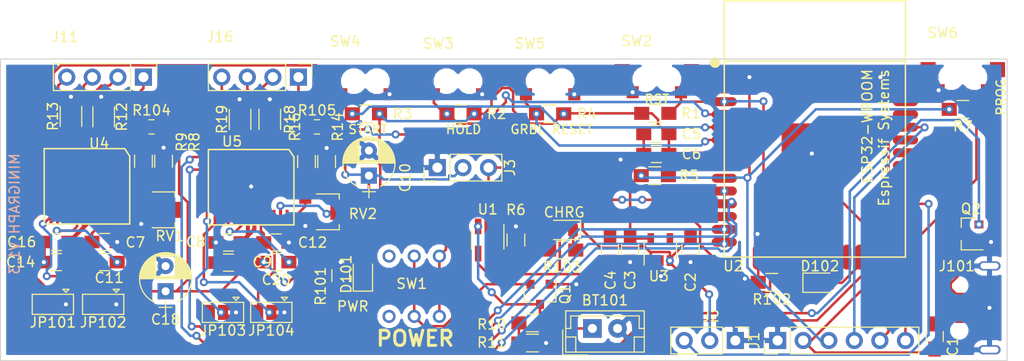
<source format=kicad_pcb>
(kicad_pcb (version 20171130) (host pcbnew "(5.0.1)-4")
  (layers (0 F.Cu signal) (31 B.Cu signal) (34 B.Paste user) (35 F.Paste user) (36 B.SilkS user) (37 F.SilkS user) (38 B.Mask user) (39 F.Mask user) (44 Edge.Cuts user))
  (net 0 "")
  (net 1 GND)
  (net 2 /RESET)
  (net 3 +BATT)
  (net 4 +3V3)
  (net 5 /VM)
  (net 6 /HOLD)
  (net 7 /START)
  (net 8 /GRBL_RESET)
  (net 9 "Net-(R6-Pad1)")
  (net 10 /PROGRAM)
  (net 11 /BATT_VOLT)
  (net 12 /UART_TX)
  (net 13 /UART_RX)
  (net 14 /SERVO)
  (net 15 /DOOR)
  (net 16 "Net-(J11-Pad1)")
  (net 17 "Net-(J11-Pad2)")
  (net 18 "Net-(J11-Pad3)")
  (net 19 "Net-(J16-Pad3)")
  (net 20 "Net-(J16-Pad2)")
  (net 21 "Net-(J16-Pad1)")
  (net 22 "Net-(R8-Pad1)")
  (net 23 "Net-(R9-Pad1)")
  (net 24 "Net-(R12-Pad2)")
  (net 25 "Net-(R13-Pad2)")
  (net 26 "Net-(R14-Pad1)")
  (net 27 "Net-(R16-Pad1)")
  (net 28 "Net-(R18-Pad2)")
  (net 29 "Net-(R19-Pad2)")
  (net 30 "Net-(RV1-Pad2)")
  (net 31 "Net-(RV1-Pad1)")
  (net 32 "Net-(RV2-Pad1)")
  (net 33 "Net-(RV2-Pad2)")
  (net 34 "Net-(J11-Pad4)")
  (net 35 /X_DIR)
  (net 36 /X_STEP)
  (net 37 "Net-(J16-Pad4)")
  (net 38 /Y_DIR)
  (net 39 /Y_STEP)
  (net 40 "Net-(J101-Pad2)")
  (net 41 "Net-(J101-Pad1)")
  (net 42 "Net-(D101-Pad1)")
  (net 43 "Net-(D102-Pad1)")
  (net 44 /GPIO15)
  (net 45 /BATT_SWITCHED)
  (net 46 /VINT_X)
  (net 47 /VCP_X)
  (net 48 /VINT_Y)
  (net 49 /VCP_Y)
  (net 50 "Net-(D103-Pad1)")
  (net 51 "Net-(JP101-Pad2)")
  (net 52 "Net-(JP102-Pad2)")
  (net 53 "Net-(JP103-Pad2)")
  (net 54 "Net-(JP104-Pad2)")
  (net 55 "Net-(Q1-Pad2)")
  (net 56 /CHRG_ST)
  (net 57 /STEP_EN)
  (net 58 /BATT_PROT)
  (net 59 "Net-(R104-Pad1)")
  (net 60 "Net-(R105-Pad1)")
  (module Accelerando:CherryPowerSwitch (layer F.Cu) (at 128.6 160.6 90)
    (fp_text reference SW1 (at 3.25 -2.75 180) (layer F.SilkS))
    (fp_text value SW_SPST)
    (pad 1 thru_hole circle (at 0 0 90) (size 1.3 1.3) (drill 0.8) (layers *.Cu *.Mask) (net 45 /BATT_SWITCHED))
    (pad 1 thru_hole circle (at 6 0 90) (size 1.3 1.3) (drill 0.8) (layers *.Cu *.Mask) (net 45 /BATT_SWITCHED))
    (pad 2 thru_hole circle (at 0 -2.5 90) (size 1.3 1.3) (drill 0.8) (layers *.Cu *.Mask) (net 55 "Net-(Q1-Pad2)"))
    (pad 3 thru_hole circle (at 0 -5 90) (size 1.3 1.3) (drill 0.8) (layers *.Cu *.Mask))
    (pad 2 thru_hole circle (at 6 -2.5 90) (size 1.3 1.3) (drill 0.8) (layers *.Cu *.Mask) (net 55 "Net-(Q1-Pad2)"))
    (pad 3 thru_hole circle (at 6 -5 90) (size 1.3 1.3) (drill 0.8) (layers *.Cu *.Mask))
  )
  (module Accelerando:USB_Micro (layer F.Cu) (at 183.25 159.75 90)
    (fp_text reference J101 (at 4.15 -3.25 180) (layer F.SilkS))
    (fp_text value USB_B_Micro)
    (pad "" np_thru_hole circle (at -2.25 -3 90) (size 0.8 0.8) (drill 0.8) (layers *.Cu *.Mask))
    (pad "" np_thru_hole circle (at 2.225 -3 90) (size 0.8 0.8) (drill 0.8) (layers *.Cu *.Mask))
    (pad 6 smd rect (at 0 0 90) (size 2.9 2) (layers F.Cu F.Paste F.Mask) (net 1 GND))
    (pad 1 smd rect (at 1.3 -2.75 90) (size 0.4 1.35) (layers F.Cu F.Paste F.Mask) (net 41 "Net-(J101-Pad1)"))
    (pad 5 smd rect (at -1.3 -2.75 90) (size 0.4 1.35) (layers F.Cu F.Paste F.Mask) (net 1 GND))
    (pad 4 smd rect (at -0.65 -2.75 90) (size 0.4 1.35) (layers F.Cu F.Paste F.Mask))
    (pad 3 smd rect (at 0 -2.75 90) (size 0.4 1.35) (layers F.Cu F.Paste F.Mask) (net 40 "Net-(J101-Pad2)"))
    (pad 2 smd rect (at 0.65 -2.75 90) (size 0.4 1.35) (layers F.Cu F.Paste F.Mask) (net 40 "Net-(J101-Pad2)"))
    (pad 6 thru_hole oval (at -4.17 0 90) (size 0.9 2.2) (drill oval 0.6 1.8) (layers *.Cu *.Mask) (net 1 GND))
    (pad 6 thru_hole oval (at 4.17 0 90) (size 0.9 2.2) (drill oval 0.6 1.8) (layers *.Cu *.Mask) (net 1 GND))
  )
  (module Accelerando:HTSSOP-24 (layer F.Cu) (at 93.589 147.663 180)
    (fp_text reference U4 (at -1.211 4.263) (layer F.SilkS))
    (fp_text value DRV8834)
    (pad 24 smd rect (at -3.575 -3 180) (size 0.3 1.5) (layers F.Cu F.Paste F.Mask) (net 31 "Net-(RV1-Pad1)"))
    (pad 1 smd rect (at -3.575 3 180) (size 0.3 1.5) (layers F.Cu F.Paste F.Mask) (net 59 "Net-(R104-Pad1)"))
    (pad 23 smd rect (at -2.925 -3 180) (size 0.3 1.5) (layers F.Cu F.Paste F.Mask) (net 30 "Net-(RV1-Pad2)"))
    (pad 2 smd rect (at -2.925 3 180) (size 0.3 1.5) (layers F.Cu F.Paste F.Mask) (net 23 "Net-(R9-Pad1)"))
    (pad 22 smd rect (at -2.275 -3 180) (size 0.3 1.5) (layers F.Cu F.Paste F.Mask) (net 30 "Net-(RV1-Pad2)"))
    (pad 3 smd rect (at -2.275 3 180) (size 0.3 1.5) (layers F.Cu F.Paste F.Mask) (net 22 "Net-(R8-Pad1)"))
    (pad 21 smd rect (at -1.625 -3 180) (size 0.3 1.5) (layers F.Cu F.Paste F.Mask) (net 1 GND))
    (pad 4 smd rect (at -1.625 3 180) (size 0.3 1.5) (layers F.Cu F.Paste F.Mask) (net 16 "Net-(J11-Pad1)"))
    (pad 20 smd rect (at -0.975 -3 180) (size 0.3 1.5) (layers F.Cu F.Paste F.Mask) (net 46 /VINT_X))
    (pad 5 smd rect (at -0.975 3 180) (size 0.3 1.5) (layers F.Cu F.Paste F.Mask) (net 24 "Net-(R12-Pad2)"))
    (pad 19 smd rect (at -0.325 -3 180) (size 0.3 1.5) (layers F.Cu F.Paste F.Mask) (net 5 /VM))
    (pad 6 smd rect (at -0.325 3 180) (size 0.3 1.5) (layers F.Cu F.Paste F.Mask) (net 17 "Net-(J11-Pad2)"))
    (pad 18 smd rect (at 0.325 -3 180) (size 0.3 1.5) (layers F.Cu F.Paste F.Mask) (net 5 /VM))
    (pad 7 smd rect (at 0.325 3 180) (size 0.3 1.5) (layers F.Cu F.Paste F.Mask) (net 18 "Net-(J11-Pad3)"))
    (pad 17 smd rect (at 0.975 -3 180) (size 0.3 1.5) (layers F.Cu F.Paste F.Mask) (net 47 /VCP_X))
    (pad 8 smd rect (at 0.975 3 180) (size 0.3 1.5) (layers F.Cu F.Paste F.Mask) (net 25 "Net-(R13-Pad2)"))
    (pad 16 smd rect (at 1.625 -3 180) (size 0.3 1.5) (layers F.Cu F.Paste F.Mask))
    (pad 9 smd rect (at 1.625 3 180) (size 0.3 1.5) (layers F.Cu F.Paste F.Mask) (net 34 "Net-(J11-Pad4)"))
    (pad 15 smd rect (at 2.275 -3 180) (size 0.3 1.5) (layers F.Cu F.Paste F.Mask) (net 46 /VINT_X))
    (pad 10 smd rect (at 2.275 3 180) (size 0.3 1.5) (layers F.Cu F.Paste F.Mask) (net 57 /STEP_EN))
    (pad 14 smd rect (at 2.925 -3 180) (size 0.3 1.5) (layers F.Cu F.Paste F.Mask) (net 51 "Net-(JP101-Pad2)"))
    (pad 11 smd rect (at 2.925 3 180) (size 0.3 1.5) (layers F.Cu F.Paste F.Mask) (net 36 /X_STEP))
    (pad 13 smd rect (at 3.575 -3 180) (size 0.3 1.5) (layers F.Cu F.Paste F.Mask) (net 52 "Net-(JP102-Pad2)"))
    (pad 12 smd rect (at 3.575 3 180) (size 0.3 1.5) (layers F.Cu F.Paste F.Mask) (net 35 /X_DIR))
    (pad 25 smd rect (at 0 0 180) (size 3.28 2.4) (layers F.Cu F.Paste F.Mask) (net 1 GND))
  )
  (module Accelerando:HTSSOP-24 (layer F.Cu) (at 109.9 147.75 180)
    (fp_text reference U5 (at 1.9 4.55 180) (layer F.SilkS))
    (fp_text value DRV8834)
    (pad 24 smd rect (at -3.575 -3 180) (size 0.3 1.5) (layers F.Cu F.Paste F.Mask) (net 32 "Net-(RV2-Pad1)"))
    (pad 1 smd rect (at -3.575 3 180) (size 0.3 1.5) (layers F.Cu F.Paste F.Mask) (net 60 "Net-(R105-Pad1)"))
    (pad 23 smd rect (at -2.925 -3 180) (size 0.3 1.5) (layers F.Cu F.Paste F.Mask) (net 33 "Net-(RV2-Pad2)"))
    (pad 2 smd rect (at -2.925 3 180) (size 0.3 1.5) (layers F.Cu F.Paste F.Mask) (net 27 "Net-(R16-Pad1)"))
    (pad 22 smd rect (at -2.275 -3 180) (size 0.3 1.5) (layers F.Cu F.Paste F.Mask) (net 33 "Net-(RV2-Pad2)"))
    (pad 3 smd rect (at -2.275 3 180) (size 0.3 1.5) (layers F.Cu F.Paste F.Mask) (net 26 "Net-(R14-Pad1)"))
    (pad 21 smd rect (at -1.625 -3 180) (size 0.3 1.5) (layers F.Cu F.Paste F.Mask) (net 1 GND))
    (pad 4 smd rect (at -1.625 3 180) (size 0.3 1.5) (layers F.Cu F.Paste F.Mask) (net 21 "Net-(J16-Pad1)"))
    (pad 20 smd rect (at -0.975 -3 180) (size 0.3 1.5) (layers F.Cu F.Paste F.Mask) (net 48 /VINT_Y))
    (pad 5 smd rect (at -0.975 3 180) (size 0.3 1.5) (layers F.Cu F.Paste F.Mask) (net 28 "Net-(R18-Pad2)"))
    (pad 19 smd rect (at -0.325 -3 180) (size 0.3 1.5) (layers F.Cu F.Paste F.Mask) (net 5 /VM))
    (pad 6 smd rect (at -0.325 3 180) (size 0.3 1.5) (layers F.Cu F.Paste F.Mask) (net 20 "Net-(J16-Pad2)"))
    (pad 18 smd rect (at 0.325 -3 180) (size 0.3 1.5) (layers F.Cu F.Paste F.Mask) (net 5 /VM))
    (pad 7 smd rect (at 0.325 3 180) (size 0.3 1.5) (layers F.Cu F.Paste F.Mask) (net 19 "Net-(J16-Pad3)"))
    (pad 17 smd rect (at 0.975 -3 180) (size 0.3 1.5) (layers F.Cu F.Paste F.Mask) (net 49 /VCP_Y))
    (pad 8 smd rect (at 0.975 3 180) (size 0.3 1.5) (layers F.Cu F.Paste F.Mask) (net 29 "Net-(R19-Pad2)"))
    (pad 16 smd rect (at 1.625 -3 180) (size 0.3 1.5) (layers F.Cu F.Paste F.Mask))
    (pad 9 smd rect (at 1.625 3 180) (size 0.3 1.5) (layers F.Cu F.Paste F.Mask) (net 37 "Net-(J16-Pad4)"))
    (pad 15 smd rect (at 2.275 -3 180) (size 0.3 1.5) (layers F.Cu F.Paste F.Mask) (net 48 /VINT_Y))
    (pad 10 smd rect (at 2.275 3 180) (size 0.3 1.5) (layers F.Cu F.Paste F.Mask) (net 57 /STEP_EN))
    (pad 14 smd rect (at 2.925 -3 180) (size 0.3 1.5) (layers F.Cu F.Paste F.Mask) (net 53 "Net-(JP103-Pad2)"))
    (pad 11 smd rect (at 2.925 3 180) (size 0.3 1.5) (layers F.Cu F.Paste F.Mask) (net 39 /Y_STEP))
    (pad 13 smd rect (at 3.575 -3 180) (size 0.3 1.5) (layers F.Cu F.Paste F.Mask) (net 54 "Net-(JP104-Pad2)"))
    (pad 12 smd rect (at 3.575 3 180) (size 0.3 1.5) (layers F.Cu F.Paste F.Mask) (net 38 /Y_DIR))
    (pad 25 smd rect (at 0 0 180) (size 3.28 2.4) (layers F.Cu F.Paste F.Mask) (net 1 GND))
  )
  (module Accelerando:TVBM02 (layer F.Cu) (at 121.25 137.2)
    (fp_text reference SW4 (at -2 -3.95) (layer F.SilkS))
    (fp_text value "Start Button")
    (pad "" np_thru_hole circle (at 1.15 0) (size 1.524 1.524) (drill 1.524) (layers *.Cu *.Mask))
    (pad "" np_thru_hole circle (at -1.15 0) (size 1.524 1.524) (drill 1.524) (layers *.Cu *.Mask))
    (pad "" smd rect (at 3.45 -0.75) (size 1.5 1.5) (layers F.Cu F.Paste F.Mask))
    (pad "" smd rect (at -3.45 -0.75) (size 1.5 1.5) (layers F.Cu F.Paste F.Mask))
    (pad 1 smd rect (at -2.4 1.3) (size 1.2 1.2) (layers F.Cu F.Paste F.Mask) (net 7 /START))
    (pad 2 smd rect (at 2.4 1.3) (size 1.2 1.2) (layers F.Cu F.Paste F.Mask) (net 1 GND))
  )
  (module Accelerando:TVBM02 (layer F.Cu) (at 150.2 137)
    (fp_text reference SW2 (at -2 -3.8) (layer F.SilkS))
    (fp_text value Reset)
    (pad "" np_thru_hole circle (at 1.15 0) (size 1.524 1.524) (drill 1.524) (layers *.Cu *.Mask))
    (pad "" np_thru_hole circle (at -1.15 0) (size 1.524 1.524) (drill 1.524) (layers *.Cu *.Mask))
    (pad "" smd rect (at 3.45 -0.75) (size 1.5 1.5) (layers F.Cu F.Paste F.Mask))
    (pad "" smd rect (at -3.45 -0.75) (size 1.5 1.5) (layers F.Cu F.Paste F.Mask))
    (pad 1 smd rect (at -2.4 1.3) (size 1.2 1.2) (layers F.Cu F.Paste F.Mask) (net 1 GND))
    (pad 2 smd rect (at 2.4 1.3) (size 1.2 1.2) (layers F.Cu F.Paste F.Mask) (net 2 /RESET))
  )
  (module Accelerando:TVBM02 (layer F.Cu) (at 130.45 137.2)
    (fp_text reference SW3 (at -1.95 -3.75) (layer F.SilkS))
    (fp_text value "Hold Button")
    (pad "" np_thru_hole circle (at 1.15 0) (size 1.524 1.524) (drill 1.524) (layers *.Cu *.Mask))
    (pad "" np_thru_hole circle (at -1.15 0) (size 1.524 1.524) (drill 1.524) (layers *.Cu *.Mask))
    (pad "" smd rect (at 3.45 -0.75) (size 1.5 1.5) (layers F.Cu F.Paste F.Mask))
    (pad "" smd rect (at -3.45 -0.75) (size 1.5 1.5) (layers F.Cu F.Paste F.Mask))
    (pad 1 smd rect (at -2.4 1.3) (size 1.2 1.2) (layers F.Cu F.Paste F.Mask) (net 6 /HOLD))
    (pad 2 smd rect (at 2.4 1.3) (size 1.2 1.2) (layers F.Cu F.Paste F.Mask) (net 1 GND))
  )
  (module Accelerando:TVBM02 (layer F.Cu) (at 139.6 137.2)
    (fp_text reference SW5 (at -2 -3.75) (layer F.SilkS))
    (fp_text value "Abort Button")
    (pad "" np_thru_hole circle (at 1.15 0) (size 1.524 1.524) (drill 1.524) (layers *.Cu *.Mask))
    (pad "" np_thru_hole circle (at -1.15 0) (size 1.524 1.524) (drill 1.524) (layers *.Cu *.Mask))
    (pad "" smd rect (at 3.45 -0.75) (size 1.5 1.5) (layers F.Cu F.Paste F.Mask))
    (pad "" smd rect (at -3.45 -0.75) (size 1.5 1.5) (layers F.Cu F.Paste F.Mask))
    (pad 1 smd rect (at -2.4 1.3) (size 1.2 1.2) (layers F.Cu F.Paste F.Mask) (net 8 /GRBL_RESET))
    (pad 2 smd rect (at 2.4 1.3) (size 1.2 1.2) (layers F.Cu F.Paste F.Mask) (net 1 GND))
  )
  (module Accelerando:TVBM02 (layer F.Cu) (at 180.6 136.8)
    (fp_text reference SW6 (at -2 -4.4) (layer F.SilkS))
    (fp_text value Program)
    (pad "" np_thru_hole circle (at 1.15 0) (size 1.524 1.524) (drill 1.524) (layers *.Cu *.Mask))
    (pad "" np_thru_hole circle (at -1.15 0) (size 1.524 1.524) (drill 1.524) (layers *.Cu *.Mask))
    (pad "" smd rect (at 3.45 -0.75) (size 1.5 1.5) (layers F.Cu F.Paste F.Mask))
    (pad "" smd rect (at -3.45 -0.75) (size 1.5 1.5) (layers F.Cu F.Paste F.Mask))
    (pad 1 smd rect (at -2.4 1.3) (size 1.2 1.2) (layers F.Cu F.Paste F.Mask) (net 1 GND))
    (pad 2 smd rect (at 2.4 1.3) (size 1.2 1.2) (layers F.Cu F.Paste F.Mask) (net 10 /PROGRAM))
  )
  (module Potentiometers:Potentiometer_Trimmer-EVM3E (layer F.Cu) (at 116.9 150.2 270)
    (fp_text reference RV2 (at 0.2 -4.1) (layer F.SilkS))
    (fp_text value 10k)
    (pad 1 smd rect (at -1.4 1.62 270) (size 1.2 1.2) (layers F.Cu F.Paste F.Mask) (net 32 "Net-(RV2-Pad1)"))
    (pad 3 smd rect (at 1.4 1.62 270) (size 1.2 1.2) (layers F.Cu F.Paste F.Mask) (net 1 GND))
    (pad 2 smd rect (at 0 -1.62 270) (size 1.6 1.5) (layers F.Cu F.Paste F.Mask) (net 33 "Net-(RV2-Pad2)"))
  )
  (module Capacitors_SMD:C_0805_HandSoldering (layer F.Cu) (at 177.8 162.6 90)
    (fp_text reference C1 (at -1 1.8 90) (layer F.SilkS))
    (fp_text value 0.1uF)
    (pad 2 smd rect (at 1.25 0 90) (size 1.5 1.25) (layers F.Cu F.Paste F.Mask) (net 1 GND))
    (pad 1 smd rect (at -1.25 0 90) (size 1.5 1.25) (layers F.Cu F.Paste F.Mask) (net 2 /RESET))
  )
  (module ESP32:ESP32-WROOM (layer F.Cu) (at 165.9 141.95 180)
    (fp_text reference U2 (at 8.1 -13.65) (layer F.SilkS))
    (fp_text value ESP32-WROOM)
    (fp_text user "Espressif Systems" (at -6.858 -0.889 270) (layer F.SilkS))
    (fp_text user ESP32-WROOM (at -5.207 0.254 270) (layer F.SilkS))
    (pad 38 smd oval (at -9 5.25 180) (size 2.5 0.9) (layers F.Cu F.Paste F.Mask) (net 1 GND))
    (pad 37 smd oval (at -9 3.98 180) (size 2.5 0.9) (layers F.Cu F.Paste F.Mask))
    (pad 36 smd oval (at -9 2.71 180) (size 2.5 0.9) (layers F.Cu F.Paste F.Mask))
    (pad 35 smd oval (at -9 1.44 180) (size 2.5 0.9) (layers F.Cu F.Paste F.Mask) (net 12 /UART_TX))
    (pad 34 smd oval (at -9 0.17 180) (size 2.5 0.9) (layers F.Cu F.Paste F.Mask) (net 13 /UART_RX))
    (pad 33 smd oval (at -9 -1.1 180) (size 2.5 0.9) (layers F.Cu F.Paste F.Mask))
    (pad 32 smd oval (at -9 -2.37 180) (size 2.5 0.9) (layers F.Cu F.Paste F.Mask))
    (pad 31 smd oval (at -9 -3.64 180) (size 2.5 0.9) (layers F.Cu F.Paste F.Mask))
    (pad 30 smd oval (at -9 -4.91 180) (size 2.5 0.9) (layers F.Cu F.Paste F.Mask))
    (pad 29 smd oval (at -9 -6.18 180) (size 2.5 0.9) (layers F.Cu F.Paste F.Mask))
    (pad 28 smd oval (at -9 -7.45 180) (size 2.5 0.9) (layers F.Cu F.Paste F.Mask) (net 14 /SERVO))
    (pad 27 smd oval (at -9 -8.72 180) (size 2.5 0.9) (layers F.Cu F.Paste F.Mask))
    (pad 26 smd oval (at -9 -9.99 180) (size 2.5 0.9) (layers F.Cu F.Paste F.Mask))
    (pad 25 smd oval (at -9 -11.26 180) (size 2.5 0.9) (layers F.Cu F.Paste F.Mask) (net 10 /PROGRAM))
    (pad 24 smd oval (at -5.715 -12.75 180) (size 0.9 2.5) (layers F.Cu F.Paste F.Mask) (net 11 /BATT_VOLT))
    (pad 23 smd oval (at -4.445 -12.75 180) (size 0.9 2.5) (layers F.Cu F.Paste F.Mask) (net 44 /GPIO15))
    (pad 22 smd oval (at -3.175 -12.75 180) (size 0.9 2.5) (layers F.Cu F.Paste F.Mask))
    (pad 21 smd oval (at -1.905 -12.75 180) (size 0.9 2.5) (layers F.Cu F.Paste F.Mask))
    (pad 20 smd oval (at -0.635 -12.75 180) (size 0.9 2.5) (layers F.Cu F.Paste F.Mask))
    (pad 19 smd oval (at 0.635 -12.75 180) (size 0.9 2.5) (layers F.Cu F.Paste F.Mask))
    (pad 18 smd oval (at 1.905 -12.75 180) (size 0.9 2.5) (layers F.Cu F.Paste F.Mask))
    (pad 17 smd oval (at 3.175 -12.75 180) (size 0.9 2.5) (layers F.Cu F.Paste F.Mask))
    (pad 16 smd oval (at 4.445 -12.75 180) (size 0.9 2.5) (layers F.Cu F.Paste F.Mask) (net 57 /STEP_EN))
    (pad 15 smd oval (at 5.715 -12.75 180) (size 0.9 2.5) (layers F.Cu F.Paste F.Mask) (net 1 GND))
    (pad 14 smd oval (at 9 -11.26 180) (size 2.5 0.9) (layers F.Cu F.Paste F.Mask) (net 36 /X_STEP))
    (pad 13 smd oval (at 9 -9.99 180) (size 2.5 0.9) (layers F.Cu F.Paste F.Mask) (net 39 /Y_STEP))
    (pad 12 smd oval (at 9 -8.72 180) (size 2.5 0.9) (layers F.Cu F.Paste F.Mask))
    (pad 11 smd oval (at 9 -7.45 180) (size 2.5 0.9) (layers F.Cu F.Paste F.Mask) (net 35 /X_DIR))
    (pad 10 smd oval (at 9 -6.18 180) (size 2.5 0.9) (layers F.Cu F.Paste F.Mask) (net 38 /Y_DIR))
    (pad 9 smd oval (at 9 -4.91 180) (size 2.5 0.9) (layers F.Cu F.Paste F.Mask))
    (pad 8 smd oval (at 9 -3.64 180) (size 2.5 0.9) (layers F.Cu F.Paste F.Mask))
    (pad 7 smd oval (at 9 -2.37 180) (size 2.5 0.9) (layers F.Cu F.Paste F.Mask) (net 15 /DOOR))
    (pad 6 smd oval (at 9 -1.1 180) (size 2.5 0.9) (layers F.Cu F.Paste F.Mask) (net 8 /GRBL_RESET))
    (pad 5 smd oval (at 9 0.17 180) (size 2.5 0.9) (layers F.Cu F.Paste F.Mask) (net 7 /START))
    (pad 4 smd oval (at 9 1.44 180) (size 2.5 0.9) (layers F.Cu F.Paste F.Mask) (net 6 /HOLD))
    (pad 3 smd oval (at 9 2.71 180) (size 2.5 0.9) (layers F.Cu F.Paste F.Mask) (net 2 /RESET))
    (pad 2 smd oval (at 9 3.98 180) (size 2.5 0.9) (layers F.Cu F.Paste F.Mask) (net 4 +3V3))
    (pad 1 smd oval (at 9 5.25 180) (size 2.5 0.9) (layers F.Cu F.Paste F.Mask) (net 1 GND))
    (pad 39 smd rect (at 0.3 -2.45 180) (size 6 6) (layers F.Cu F.Paste F.Mask) (net 1 GND))
  )
  (module Resistors_SMD:R_0805_HandSoldering (layer F.Cu) (at 115.4 145.2 90)
    (fp_text reference R16 (at 3.45 -1.15 270) (layer F.SilkS))
    (fp_text value 47k)
    (pad 2 smd rect (at 1.35 0 90) (size 1.5 1.3) (layers F.Cu F.Paste F.Mask) (net 1 GND))
    (pad 1 smd rect (at -1.35 0 90) (size 1.5 1.3) (layers F.Cu F.Paste F.Mask) (net 27 "Net-(R16-Pad1)"))
  )
  (module Potentiometers:Potentiometer_Trimmer-EVM3E (layer F.Cu) (at 100.6 150 270)
    (fp_text reference RV1 (at 2.6 -1.2) (layer F.SilkS))
    (fp_text value 10k)
    (pad 2 smd rect (at 0 -1.62 270) (size 1.6 1.5) (layers F.Cu F.Paste F.Mask) (net 30 "Net-(RV1-Pad2)"))
    (pad 3 smd rect (at 1.4 1.62 270) (size 1.2 1.2) (layers F.Cu F.Paste F.Mask) (net 1 GND))
    (pad 1 smd rect (at -1.4 1.62 270) (size 1.2 1.2) (layers F.Cu F.Paste F.Mask) (net 31 "Net-(RV1-Pad1)"))
  )
  (module Resistors_SMD:R_0805_HandSoldering (layer F.Cu) (at 101.2 145.163 90)
    (fp_text reference R8 (at 1.913 3.05 90) (layer F.SilkS))
    (fp_text value 47k)
    (pad 2 smd rect (at 1.35 0 90) (size 1.5 1.3) (layers F.Cu F.Paste F.Mask) (net 1 GND))
    (pad 1 smd rect (at -1.35 0 90) (size 1.5 1.3) (layers F.Cu F.Paste F.Mask) (net 22 "Net-(R8-Pad1)"))
  )
  (module Resistors_SMD:R_0805_HandSoldering (layer F.Cu) (at 99.2 145.163 90)
    (fp_text reference R9 (at 1.913 3.8 270) (layer F.SilkS))
    (fp_text value 47k)
    (pad 2 smd rect (at 1.35 0 90) (size 1.5 1.3) (layers F.Cu F.Paste F.Mask) (net 1 GND))
    (pad 1 smd rect (at -1.35 0 90) (size 1.5 1.3) (layers F.Cu F.Paste F.Mask) (net 23 "Net-(R9-Pad1)"))
  )
  (module Resistors_SMD:R_0805_HandSoldering (layer F.Cu) (at 117.4 145.2 90)
    (fp_text reference R14 (at 3.45 1.1 270) (layer F.SilkS))
    (fp_text value 47k)
    (pad 1 smd rect (at -1.35 0 90) (size 1.5 1.3) (layers F.Cu F.Paste F.Mask) (net 26 "Net-(R14-Pad1)"))
    (pad 2 smd rect (at 1.35 0 90) (size 1.5 1.3) (layers F.Cu F.Paste F.Mask) (net 1 GND))
  )
  (module Capacitors_SMD:C_0805_HandSoldering (layer F.Cu) (at 112.4 153.25)
    (fp_text reference C12 (at 3.6 0) (layer F.SilkS))
    (fp_text value 4.7uF)
    (pad 1 smd rect (at -1.25 0) (size 1.5 1.25) (layers F.Cu F.Paste F.Mask) (net 48 /VINT_Y))
    (pad 2 smd rect (at 1.25 0) (size 1.5 1.25) (layers F.Cu F.Paste F.Mask) (net 1 GND))
  )
  (module Capacitors_SMD:C_0805_HandSoldering (layer F.Cu) (at 95.339 155.2 180)
    (fp_text reference C11 (at -0.461 -1.561 180) (layer F.SilkS))
    (fp_text value 0.01uF)
    (pad 2 smd rect (at 1.25 0 180) (size 1.5 1.25) (layers F.Cu F.Paste F.Mask) (net 5 /VM))
    (pad 1 smd rect (at -1.25 0 180) (size 1.5 1.25) (layers F.Cu F.Paste F.Mask) (net 47 /VCP_X))
  )
  (module Capacitors_SMD:C_0805_HandSoldering (layer F.Cu) (at 107.65 155.25 180)
    (fp_text reference C9 (at -3.35 0.05 180) (layer F.SilkS))
    (fp_text value 2.2uF)
    (pad 1 smd rect (at -1.25 0 180) (size 1.5 1.25) (layers F.Cu F.Paste F.Mask) (net 5 /VM))
    (pad 2 smd rect (at 1.25 0 180) (size 1.5 1.25) (layers F.Cu F.Paste F.Mask) (net 1 GND))
  )
  (module Capacitors_SMD:C_0805_HandSoldering (layer F.Cu) (at 107.65 153.25 180)
    (fp_text reference C8 (at 3.25 0.05) (layer F.SilkS))
    (fp_text value 10uF)
    (pad 2 smd rect (at 1.25 0 180) (size 1.5 1.25) (layers F.Cu F.Paste F.Mask) (net 1 GND))
    (pad 1 smd rect (at -1.25 0 180) (size 1.5 1.25) (layers F.Cu F.Paste F.Mask) (net 5 /VM))
  )
  (module Capacitors_SMD:C_0805_HandSoldering (layer F.Cu) (at 95.339 153.2)
    (fp_text reference C7 (at 3.061 0.037) (layer F.SilkS))
    (fp_text value 4.7uF)
    (pad 2 smd rect (at 1.25 0) (size 1.5 1.25) (layers F.Cu F.Paste F.Mask) (net 1 GND))
    (pad 1 smd rect (at -1.25 0) (size 1.5 1.25) (layers F.Cu F.Paste F.Mask) (net 46 /VINT_X))
  )
  (module Capacitors_SMD:C_0805_HandSoldering (layer F.Cu) (at 153.55 153.95 270)
    (fp_text reference C2 (at 3.25 0 270) (layer F.SilkS))
    (fp_text value 1uF)
    (pad 1 smd rect (at -1.25 0 270) (size 1.5 1.25) (layers F.Cu F.Paste F.Mask) (net 45 /BATT_SWITCHED))
    (pad 2 smd rect (at 1.25 0 270) (size 1.5 1.25) (layers F.Cu F.Paste F.Mask) (net 1 GND))
  )
  (module Capacitors_SMD:C_0805_HandSoldering (layer F.Cu) (at 147.55 153.95 270)
    (fp_text reference C3 (at 3.05 0 270) (layer F.SilkS))
    (fp_text value 1uF)
    (pad 1 smd rect (at -1.25 0 270) (size 1.5 1.25) (layers F.Cu F.Paste F.Mask) (net 4 +3V3))
    (pad 2 smd rect (at 1.25 0 270) (size 1.5 1.25) (layers F.Cu F.Paste F.Mask) (net 1 GND))
  )
  (module Capacitors_SMD:C_0805_HandSoldering (layer F.Cu) (at 145.55 153.95 270)
    (fp_text reference C4 (at 3.05 -0.05 270) (layer F.SilkS))
    (fp_text value 10uF)
    (pad 2 smd rect (at 1.25 0 270) (size 1.5 1.25) (layers F.Cu F.Paste F.Mask) (net 1 GND))
    (pad 1 smd rect (at -1.25 0 270) (size 1.5 1.25) (layers F.Cu F.Paste F.Mask) (net 4 +3V3))
  )
  (module Capacitors_SMD:C_0805_HandSoldering (layer F.Cu) (at 150.15 142.45 180)
    (fp_text reference C5 (at -3.5 0 180) (layer F.SilkS))
    (fp_text value 0.1uF)
    (pad 1 smd rect (at -1.25 0 180) (size 1.5 1.25) (layers F.Cu F.Paste F.Mask) (net 4 +3V3))
    (pad 2 smd rect (at 1.25 0 180) (size 1.5 1.25) (layers F.Cu F.Paste F.Mask) (net 1 GND))
  )
  (module Capacitors_SMD:C_0805_HandSoldering (layer F.Cu) (at 150.15 144.45 180)
    (fp_text reference C6 (at -3.5 0 180) (layer F.SilkS))
    (fp_text value 10uF)
    (pad 2 smd rect (at 1.25 0 180) (size 1.5 1.25) (layers F.Cu F.Paste F.Mask) (net 1 GND))
    (pad 1 smd rect (at -1.25 0 180) (size 1.5 1.25) (layers F.Cu F.Paste F.Mask) (net 4 +3V3))
  )
  (module Pin_Headers:Pin_Header_Straight_1x03_Pitch2.54mm (layer F.Cu) (at 158 163 270)
    (fp_text reference J2 (at -2.4 2.4) (layer F.SilkS))
    (fp_text value Servo)
    (pad 3 thru_hole oval (at 0 5.08 270) (size 1.7 1.7) (drill 1) (layers *.Cu *.Mask) (net 14 /SERVO))
    (pad 2 thru_hole oval (at 0 2.54 270) (size 1.7 1.7) (drill 1) (layers *.Cu *.Mask) (net 45 /BATT_SWITCHED))
    (pad 1 thru_hole rect (at 0 0 270) (size 1.7 1.7) (drill 1) (layers *.Cu *.Mask) (net 1 GND))
  )
  (module Pin_Headers:Pin_Header_Straight_1x03_Pitch2.54mm (layer F.Cu) (at 128.4 145.8 90)
    (fp_text reference J3 (at 0 7.2 -90) (layer F.SilkS))
    (fp_text value "VM sel")
    (pad 3 thru_hole oval (at 0 5.08 90) (size 1.7 1.7) (drill 1) (layers *.Cu *.Mask) (net 45 /BATT_SWITCHED))
    (pad 2 thru_hole oval (at 0 2.54 90) (size 1.7 1.7) (drill 1) (layers *.Cu *.Mask) (net 5 /VM))
    (pad 1 thru_hole rect (at 0 0 90) (size 1.7 1.7) (drill 1) (layers *.Cu *.Mask) (net 1 GND))
  )
  (module TO_SOT_Packages_SMD:SOT-23 (layer F.Cu) (at 138.6 158.4 270)
    (fp_text reference Q1 (at 0 -2.5 270) (layer F.SilkS))
    (fp_text value IRLML9301)
    (pad 1 smd rect (at -1 -0.95 270) (size 0.9 0.8) (layers F.Cu F.Paste F.Mask) (net 1 GND))
    (pad 2 smd rect (at -1 0.95 270) (size 0.9 0.8) (layers F.Cu F.Paste F.Mask) (net 55 "Net-(Q1-Pad2)"))
    (pad 3 smd rect (at 1 0 270) (size 0.9 0.8) (layers F.Cu F.Paste F.Mask) (net 3 +BATT))
  )
  (module TO_SOT_Packages_SMD:SOT-23 (layer F.Cu) (at 181.2 152.4 180)
    (fp_text reference Q2 (at -0.2 2.5 180) (layer F.SilkS))
    (fp_text value IRLML9301)
    (pad 3 smd rect (at 1 0 180) (size 0.9 0.8) (layers F.Cu F.Paste F.Mask) (net 41 "Net-(J101-Pad1)"))
    (pad 2 smd rect (at -1 0.95 180) (size 0.9 0.8) (layers F.Cu F.Paste F.Mask) (net 58 /BATT_PROT))
    (pad 1 smd rect (at -1 -0.95 180) (size 0.9 0.8) (layers F.Cu F.Paste F.Mask) (net 1 GND))
  )
  (module Resistors_SMD:R_0805_HandSoldering (layer F.Cu) (at 150.05 140.4 180)
    (fp_text reference R1 (at -3.55 0 180) (layer F.SilkS))
    (fp_text value 10k)
    (pad 1 smd rect (at -1.35 0 180) (size 1.5 1.3) (layers F.Cu F.Paste F.Mask) (net 2 /RESET))
    (pad 2 smd rect (at 1.35 0 180) (size 1.5 1.3) (layers F.Cu F.Paste F.Mask) (net 4 +3V3))
  )
  (module Resistors_SMD:R_0805_HandSoldering (layer F.Cu) (at 130.7 140.45 180)
    (fp_text reference R2 (at -3.6 0) (layer F.SilkS))
    (fp_text value 10k)
    (pad 1 smd rect (at -1.35 0 180) (size 1.5 1.3) (layers F.Cu F.Paste F.Mask) (net 4 +3V3))
    (pad 2 smd rect (at 1.35 0 180) (size 1.5 1.3) (layers F.Cu F.Paste F.Mask) (net 6 /HOLD))
  )
  (module Resistors_SMD:R_0805_HandSoldering (layer F.Cu) (at 121.3 140.45 180)
    (fp_text reference R3 (at -3.65 0 180) (layer F.SilkS))
    (fp_text value 10k)
    (pad 1 smd rect (at -1.35 0 180) (size 1.5 1.3) (layers F.Cu F.Paste F.Mask) (net 4 +3V3))
    (pad 2 smd rect (at 1.35 0 180) (size 1.5 1.3) (layers F.Cu F.Paste F.Mask) (net 7 /START))
  )
  (module Resistors_SMD:R_0805_HandSoldering (layer F.Cu) (at 139.6 140.45 180)
    (fp_text reference R4 (at -3.65 0 180) (layer F.SilkS))
    (fp_text value 10k)
    (pad 2 smd rect (at 1.35 0 180) (size 1.5 1.3) (layers F.Cu F.Paste F.Mask) (net 8 /GRBL_RESET))
    (pad 1 smd rect (at -1.35 0 180) (size 1.5 1.3) (layers F.Cu F.Paste F.Mask) (net 4 +3V3))
  )
  (module Resistors_SMD:R_0805_HandSoldering (layer F.Cu) (at 136.2 153 90)
    (fp_text reference R6 (at 3 0 180) (layer F.SilkS))
    (fp_text value 1.2K)
    (pad 1 smd rect (at -1.35 0 90) (size 1.5 1.3) (layers F.Cu F.Paste F.Mask) (net 9 "Net-(R6-Pad1)"))
    (pad 2 smd rect (at 1.35 0 90) (size 1.5 1.3) (layers F.Cu F.Paste F.Mask) (net 1 GND))
  )
  (module Resistors_SMD:R_0805_HandSoldering (layer F.Cu) (at 180.6 140 180)
    (fp_text reference R7 (at 0 -1.7 180) (layer F.SilkS))
    (fp_text value 10k)
    (pad 1 smd rect (at -1.35 0 180) (size 1.5 1.3) (layers F.Cu F.Paste F.Mask) (net 10 /PROGRAM))
    (pad 2 smd rect (at 1.35 0 180) (size 1.5 1.3) (layers F.Cu F.Paste F.Mask) (net 4 +3V3))
  )
  (module Resistors_SMD:R_0805_HandSoldering (layer F.Cu) (at 137.85 161.25 180)
    (fp_text reference R10 (at 4.05 -0.15 180) (layer F.SilkS))
    (fp_text value 50k)
    (pad 1 smd rect (at -1.35 0 180) (size 1.5 1.3) (layers F.Cu F.Paste F.Mask) (net 3 +BATT))
    (pad 2 smd rect (at 1.35 0 180) (size 1.5 1.3) (layers F.Cu F.Paste F.Mask) (net 11 /BATT_VOLT))
  )
  (module Resistors_SMD:R_0805_HandSoldering (layer F.Cu) (at 137.85 163.25)
    (fp_text reference R11 (at -4.05 -0.05) (layer F.SilkS))
    (fp_text value 10k)
    (pad 2 smd rect (at 1.35 0) (size 1.5 1.3) (layers F.Cu F.Paste F.Mask) (net 1 GND))
    (pad 1 smd rect (at -1.35 0) (size 1.5 1.3) (layers F.Cu F.Paste F.Mask) (net 11 /BATT_VOLT))
  )
  (module TO_SOT_Packages_SMD:SOT-23-5_HandSoldering (layer F.Cu) (at 133.4 153 270)
    (fp_text reference U1 (at -3.05 0) (layer F.SilkS))
    (fp_text value TP4054)
    (pad 5 smd rect (at 1.35 -0.95 270) (size 1.56 0.65) (layers F.Cu F.Paste F.Mask) (net 9 "Net-(R6-Pad1)"))
    (pad 4 smd rect (at 1.35 0.95 270) (size 1.56 0.65) (layers F.Cu F.Paste F.Mask) (net 58 /BATT_PROT))
    (pad 3 smd rect (at -1.35 0.95 270) (size 1.56 0.65) (layers F.Cu F.Paste F.Mask) (net 3 +BATT))
    (pad 2 smd rect (at -1.35 0 270) (size 1.56 0.65) (layers F.Cu F.Paste F.Mask) (net 1 GND))
    (pad 1 smd rect (at -1.35 -0.95 270) (size 1.56 0.65) (layers F.Cu F.Paste F.Mask) (net 56 /CHRG_ST))
  )
  (module TO_SOT_Packages_SMD:SOT-23-5 (layer F.Cu) (at 150.55 153.95 90)
    (fp_text reference U3 (at -2.65 -0.15 180) (layer F.SilkS))
    (fp_text value AP2204K-3.3)
    (pad 5 smd rect (at 1.1 -0.95 90) (size 1.06 0.65) (layers F.Cu F.Paste F.Mask) (net 4 +3V3))
    (pad 4 smd rect (at 1.1 0.95 90) (size 1.06 0.65) (layers F.Cu F.Paste F.Mask))
    (pad 3 smd rect (at -1.1 0.95 90) (size 1.06 0.65) (layers F.Cu F.Paste F.Mask) (net 45 /BATT_SWITCHED))
    (pad 2 smd rect (at -1.1 0 90) (size 1.06 0.65) (layers F.Cu F.Paste F.Mask) (net 1 GND))
    (pad 1 smd rect (at -1.1 -0.95 90) (size 1.06 0.65) (layers F.Cu F.Paste F.Mask) (net 45 /BATT_SWITCHED))
  )
  (module Pin_Headers:Pin_Header_Straight_1x04_Pitch2.54mm (layer F.Cu) (at 99.2 136.8 270)
    (fp_text reference J11 (at -4 7.8) (layer F.SilkS))
    (fp_text value X_MOT)
    (pad 1 thru_hole rect (at 0 0 270) (size 1.7 1.7) (drill 1) (layers *.Cu *.Mask) (net 16 "Net-(J11-Pad1)"))
    (pad 2 thru_hole oval (at 0 2.54 270) (size 1.7 1.7) (drill 1) (layers *.Cu *.Mask) (net 17 "Net-(J11-Pad2)"))
    (pad 3 thru_hole oval (at 0 5.08 270) (size 1.7 1.7) (drill 1) (layers *.Cu *.Mask) (net 18 "Net-(J11-Pad3)"))
    (pad 4 thru_hole oval (at 0 7.62 270) (size 1.7 1.7) (drill 1) (layers *.Cu *.Mask) (net 34 "Net-(J11-Pad4)"))
  )
  (module Pin_Headers:Pin_Header_Straight_1x04_Pitch2.54mm (layer F.Cu) (at 114.6 136.8 270)
    (fp_text reference J16 (at -4 7.8) (layer F.SilkS))
    (fp_text value Z_MOT)
    (pad 4 thru_hole oval (at 0 7.62 270) (size 1.7 1.7) (drill 1) (layers *.Cu *.Mask) (net 37 "Net-(J16-Pad4)"))
    (pad 3 thru_hole oval (at 0 5.08 270) (size 1.7 1.7) (drill 1) (layers *.Cu *.Mask) (net 19 "Net-(J16-Pad3)"))
    (pad 2 thru_hole oval (at 0 2.54 270) (size 1.7 1.7) (drill 1) (layers *.Cu *.Mask) (net 20 "Net-(J16-Pad2)"))
    (pad 1 thru_hole rect (at 0 0 270) (size 1.7 1.7) (drill 1) (layers *.Cu *.Mask) (net 21 "Net-(J16-Pad1)"))
  )
  (module Connectors_JST:JST_EH_B02B-EH-A_02x2.50mm_Straight (layer F.Cu) (at 143.8 161.8)
    (fp_text reference BT101 (at 1.25 -2.8) (layer F.SilkS))
    (fp_text value Battery)
    (pad 2 thru_hole circle (at 2.5 0) (size 1.85 1.85) (drill 0.9) (layers *.Cu *.Mask) (net 1 GND))
    (pad 1 thru_hole rect (at 0 0) (size 1.85 1.85) (drill 0.9) (layers *.Cu *.Mask) (net 3 +BATT))
  )
  (module Resistors_SMD:R_0805_HandSoldering (layer F.Cu) (at 118.8 156.55 90)
    (fp_text reference R101 (at -1.05 -2 90) (layer F.SilkS))
    (fp_text value 330)
    (pad 2 smd rect (at 1.35 0 90) (size 1.5 1.3) (layers F.Cu F.Paste F.Mask) (net 1 GND))
    (pad 1 smd rect (at -1.35 0 90) (size 1.5 1.3) (layers F.Cu F.Paste F.Mask) (net 42 "Net-(D101-Pad1)"))
  )
  (module Capacitors_THT:CP_Radial_D5.0mm_P2.50mm (layer F.Cu) (at 121.6 146.6 90)
    (fp_text reference C10 (at -0.2 3.6 90) (layer F.SilkS))
    (fp_text value 100uF)
    (pad 2 thru_hole circle (at 2.5 0 90) (size 1.6 1.6) (drill 0.8) (layers *.Cu *.Mask) (net 1 GND))
    (pad 1 thru_hole rect (at 0 0 90) (size 1.6 1.6) (drill 0.8) (layers *.Cu *.Mask) (net 5 /VM))
  )
  (module Resistors_SMD:R_1206 (layer F.Cu) (at 95.25 140.75 270)
    (fp_text reference R12 (at 0 -1.8 270) (layer F.SilkS))
    (fp_text value 0.1R)
    (pad 1 smd rect (at -1.45 0 270) (size 0.9 1.7) (layers F.Cu F.Paste F.Mask) (net 1 GND))
    (pad 2 smd rect (at 1.45 0 270) (size 0.9 1.7) (layers F.Cu F.Paste F.Mask) (net 24 "Net-(R12-Pad2)"))
  )
  (module Resistors_SMD:R_1206 (layer F.Cu) (at 92 140.7 270)
    (fp_text reference R13 (at 0 1.8 270) (layer F.SilkS))
    (fp_text value 0.1R)
    (pad 2 smd rect (at 1.45 0 270) (size 0.9 1.7) (layers F.Cu F.Paste F.Mask) (net 25 "Net-(R13-Pad2)"))
    (pad 1 smd rect (at -1.45 0 270) (size 0.9 1.7) (layers F.Cu F.Paste F.Mask) (net 1 GND))
  )
  (module Resistors_SMD:R_1206 (layer F.Cu) (at 111.75 141 270)
    (fp_text reference R18 (at 0 -2 270) (layer F.SilkS))
    (fp_text value 0.1R)
    (pad 1 smd rect (at -1.45 0 270) (size 0.9 1.7) (layers F.Cu F.Paste F.Mask) (net 1 GND))
    (pad 2 smd rect (at 1.45 0 270) (size 0.9 1.7) (layers F.Cu F.Paste F.Mask) (net 28 "Net-(R18-Pad2)"))
  )
  (module Resistors_SMD:R_1206 (layer F.Cu) (at 108.8 141 270)
    (fp_text reference R19 (at 0 1.8 270) (layer F.SilkS))
    (fp_text value 0.1R)
    (pad 2 smd rect (at 1.45 0 270) (size 0.9 1.7) (layers F.Cu F.Paste F.Mask) (net 29 "Net-(R19-Pad2)"))
    (pad 1 smd rect (at -1.45 0 270) (size 0.9 1.7) (layers F.Cu F.Paste F.Mask) (net 1 GND))
  )
  (module Resistors_SMD:R_0805_HandSoldering (layer F.Cu) (at 161.624999 157.209999 180)
    (fp_text reference R102 (at 0 -1.7 180) (layer F.SilkS))
    (fp_text value 330)
    (pad 1 smd rect (at -1.35 0 180) (size 1.5 1.3) (layers F.Cu F.Paste F.Mask) (net 43 "Net-(D102-Pad1)"))
    (pad 2 smd rect (at 1.35 0 180) (size 1.5 1.3) (layers F.Cu F.Paste F.Mask) (net 1 GND))
  )
  (module Capacitors_SMD:C_0805_HandSoldering (layer F.Cu) (at 90.55 155.2 180)
    (fp_text reference C14 (at 3.55 0 180) (layer F.SilkS))
    (fp_text value 10uF)
    (pad 1 smd rect (at -1.25 0 180) (size 1.5 1.25) (layers F.Cu F.Paste F.Mask) (net 5 /VM))
    (pad 2 smd rect (at 1.25 0 180) (size 1.5 1.25) (layers F.Cu F.Paste F.Mask) (net 1 GND))
  )
  (module Capacitors_SMD:C_0805_HandSoldering (layer F.Cu) (at 90.55 153.2 180)
    (fp_text reference C16 (at 3.45 0 180) (layer F.SilkS))
    (fp_text value 2.2uF)
    (pad 2 smd rect (at 1.25 0 180) (size 1.5 1.25) (layers F.Cu F.Paste F.Mask) (net 1 GND))
    (pad 1 smd rect (at -1.25 0 180) (size 1.5 1.25) (layers F.Cu F.Paste F.Mask) (net 5 /VM))
  )
  (module Capacitors_THT:CP_Radial_D5.0mm_P2.50mm (layer F.Cu) (at 101.4 158.1 90)
    (fp_text reference C18 (at -2.8 0 180) (layer F.SilkS))
    (fp_text value 100uF)
    (pad 2 thru_hole circle (at 2.5 0 90) (size 1.6 1.6) (drill 0.8) (layers *.Cu *.Mask) (net 1 GND))
    (pad 1 thru_hole rect (at 0 0 90) (size 1.6 1.6) (drill 0.8) (layers *.Cu *.Mask) (net 5 /VM))
  )
  (module Capacitors_SMD:C_0805_HandSoldering (layer F.Cu) (at 112.4 155.2 180)
    (fp_text reference C20 (at 0 -1.75 180) (layer F.SilkS))
    (fp_text value 0.01uF)
    (pad 2 smd rect (at 1.25 0 180) (size 1.5 1.25) (layers F.Cu F.Paste F.Mask) (net 5 /VM))
    (pad 1 smd rect (at -1.25 0 180) (size 1.5 1.25) (layers F.Cu F.Paste F.Mask) (net 49 /VCP_Y))
  )
  (module Jumper:SolderJumper-3_P1.3mm_Bridged2Bar12_Pad1.0x1.5mm (layer F.Cu) (at 90.2 159.4 180)
    (fp_text reference JP101 (at 0 -1.8 180) (layer F.SilkS))
    (fp_text value Jumper_3_Bridged12)
    (pad 1 smd custom (at -1.3 0 180) (size 1 1.5) (layers F.Cu F.Mask) (net 1 GND) (options (clearance outline) (anchor rect)) (primitives (gr_poly (pts (xy 0.4 -0.6) (xy 0.9 -0.6) (xy 0.9 -0.2) (xy 0.4 -0.2)) (width 0)) (gr_poly (pts (xy 0.4 0.2) (xy 0.9 0.2) (xy 0.9 0.6) (xy 0.4 0.6)) (width 0))))
    (pad 3 smd rect (at 1.3 0 180) (size 1 1.5) (layers F.Cu F.Mask) (net 46 /VINT_X))
    (pad 2 smd rect (at 0 0 180) (size 1 1.5) (layers F.Cu F.Mask) (net 51 "Net-(JP101-Pad2)"))
  )
  (module Jumper:SolderJumper-3_P1.3mm_Bridged2Bar12_Pad1.0x1.5mm (layer F.Cu) (at 95.2 159.4 180)
    (fp_text reference JP102 (at 0 -1.8 180) (layer F.SilkS))
    (fp_text value Jumper_3_Bridged12)
    (pad 1 smd custom (at -1.3 0 180) (size 1 1.5) (layers F.Cu F.Mask) (net 1 GND) (options (clearance outline) (anchor rect)) (primitives (gr_poly (pts (xy 0.4 -0.6) (xy 0.9 -0.6) (xy 0.9 -0.2) (xy 0.4 -0.2)) (width 0)) (gr_poly (pts (xy 0.4 0.2) (xy 0.9 0.2) (xy 0.9 0.6) (xy 0.4 0.6)) (width 0))))
    (pad 3 smd rect (at 1.3 0 180) (size 1 1.5) (layers F.Cu F.Mask) (net 46 /VINT_X))
    (pad 2 smd rect (at 0 0 180) (size 1 1.5) (layers F.Cu F.Mask) (net 52 "Net-(JP102-Pad2)"))
  )
  (module Jumper:SolderJumper-3_P1.3mm_Bridged2Bar12_Pad1.0x1.5mm (layer F.Cu) (at 107.1 160.2 180)
    (fp_text reference JP103 (at 0 -1.8 180) (layer F.SilkS))
    (fp_text value Jumper_3_Bridged12)
    (pad 2 smd rect (at 0 0 180) (size 1 1.5) (layers F.Cu F.Mask) (net 53 "Net-(JP103-Pad2)"))
    (pad 3 smd rect (at 1.3 0 180) (size 1 1.5) (layers F.Cu F.Mask) (net 48 /VINT_Y))
    (pad 1 smd custom (at -1.3 0 180) (size 1 1.5) (layers F.Cu F.Mask) (net 1 GND) (options (clearance outline) (anchor rect)) (primitives (gr_poly (pts (xy 0.4 -0.6) (xy 0.9 -0.6) (xy 0.9 -0.2) (xy 0.4 -0.2)) (width 0)) (gr_poly (pts (xy 0.4 0.2) (xy 0.9 0.2) (xy 0.9 0.6) (xy 0.4 0.6)) (width 0))))
  )
  (module Jumper:SolderJumper-3_P1.3mm_Bridged2Bar12_Pad1.0x1.5mm (layer F.Cu) (at 111.9 160.2 180)
    (fp_text reference JP104 (at 0 -1.8 180) (layer F.SilkS))
    (fp_text value Jumper_3_Bridged12)
    (pad 2 smd rect (at 0 0 180) (size 1 1.5) (layers F.Cu F.Mask) (net 54 "Net-(JP104-Pad2)"))
    (pad 3 smd rect (at 1.3 0 180) (size 1 1.5) (layers F.Cu F.Mask) (net 48 /VINT_Y))
    (pad 1 smd custom (at -1.3 0 180) (size 1 1.5) (layers F.Cu F.Mask) (net 1 GND) (options (clearance outline) (anchor rect)) (primitives (gr_poly (pts (xy 0.4 -0.6) (xy 0.9 -0.6) (xy 0.9 -0.2) (xy 0.4 -0.2)) (width 0)) (gr_poly (pts (xy 0.4 0.2) (xy 0.9 0.2) (xy 0.9 0.6) (xy 0.4 0.6)) (width 0))))
  )
  (module Resistors_SMD:R_0805_HandSoldering (layer F.Cu) (at 150 146.6)
    (fp_text reference R5 (at 3.4 0) (layer F.SilkS))
    (fp_text value 10k)
    (pad 2 smd rect (at 1.35 0) (size 1.5 1.3) (layers F.Cu F.Paste F.Mask) (net 15 /DOOR))
    (pad 1 smd rect (at -1.35 0) (size 1.5 1.3) (layers F.Cu F.Paste F.Mask) (net 4 +3V3))
  )
  (module Resistors_SMD:R_0805_HandSoldering (layer F.Cu) (at 140.8 154 180)
    (fp_text reference R103 (at 0 -1.7 180) (layer F.SilkS))
    (fp_text value 330)
    (pad 1 smd rect (at -1.35 0 180) (size 1.5 1.3) (layers F.Cu F.Paste F.Mask) (net 50 "Net-(D103-Pad1)"))
    (pad 2 smd rect (at 1.35 0 180) (size 1.5 1.3) (layers F.Cu F.Paste F.Mask) (net 56 /CHRG_ST))
  )
  (module Resistor_SMD:R_0805_2012Metric (layer F.Cu) (at 100 141.75)
    (fp_text reference R104 (at 0 -1.65) (layer F.SilkS))
    (fp_text value 47k)
    (pad 2 smd roundrect (at 0.9375 0) (size 0.975 1.4) (layers F.Cu F.Paste F.Mask) (net 5 /VM))
    (pad 1 smd roundrect (at -0.9375 0) (size 0.975 1.4) (layers F.Cu F.Paste F.Mask) (net 59 "Net-(R104-Pad1)"))
  )
  (module Resistor_SMD:R_0805_2012Metric (layer F.Cu) (at 116.4375 141.75)
    (fp_text reference R105 (at 0 -1.65) (layer F.SilkS))
    (fp_text value 47k)
    (pad 1 smd roundrect (at -0.9375 0) (size 0.975 1.4) (layers F.Cu F.Paste F.Mask) (net 60 "Net-(R105-Pad1)"))
    (pad 2 smd roundrect (at 0.9375 0) (size 0.975 1.4) (layers F.Cu F.Paste F.Mask) (net 5 /VM))
  )
  (module LED_SMD:LED_0805_2012Metric (layer F.Cu) (at 121 156.4 90)
    (fp_text reference D101 (at 0 -1.65 90) (layer F.SilkS))
    (fp_text value LED)
    (pad 1 smd roundrect (at -0.9375 0 90) (size 0.975 1.4) (layers F.Cu F.Paste F.Mask) (net 42 "Net-(D101-Pad1)"))
    (pad 2 smd roundrect (at 0.9375 0 90) (size 0.975 1.4) (layers F.Cu F.Paste F.Mask) (net 4 +3V3))
  )
  (module LED_SMD:LED_0805_2012Metric (layer F.Cu) (at 166.4 157.25)
    (fp_text reference D102 (at 0 -1.65) (layer F.SilkS))
    (fp_text value LED)
    (pad 1 smd roundrect (at -0.9375 0) (size 0.975 1.4) (layers F.Cu F.Paste F.Mask) (net 43 "Net-(D102-Pad1)"))
    (pad 2 smd roundrect (at 0.9375 0) (size 0.975 1.4) (layers F.Cu F.Paste F.Mask) (net 44 /GPIO15))
  )
  (module LED_SMD:LED_0805_2012Metric (layer F.Cu) (at 140.9375 152 180)
    (fp_text reference D103 hide)
    (fp_text value CHRG)
    (pad 2 smd roundrect (at 0.9375 0 180) (size 0.975 1.4) (layers F.Cu F.Paste F.Mask) (net 58 /BATT_PROT))
    (pad 1 smd roundrect (at -0.9375 0 180) (size 0.975 1.4) (layers F.Cu F.Paste F.Mask) (net 50 "Net-(D103-Pad1)"))
  )
  (module Connector_PinHeader_2.54mm:PinHeader_1x06_P2.54mm_Vertical (layer F.Cu) (at 162.2 163 90)
    (fp_text reference J1 (at 0 -2.33 90) (layer F.SilkS))
    (fp_text value Serial)
    (pad 1 thru_hole rect (at 0 0 90) (size 1.7 1.7) (drill 1) (layers *.Cu *.Mask) (net 1 GND))
    (pad 2 thru_hole oval (at 0 2.54 90) (size 1.7 1.7) (drill 1) (layers *.Cu *.Mask) (net 2 /RESET))
    (pad 3 thru_hole oval (at 0 5.08 90) (size 1.7 1.7) (drill 1) (layers *.Cu *.Mask) (net 4 +3V3))
    (pad 4 thru_hole oval (at 0 7.62 90) (size 1.7 1.7) (drill 1) (layers *.Cu *.Mask) (net 13 /UART_RX))
    (pad 5 thru_hole oval (at 0 10.16 90) (size 1.7 1.7) (drill 1) (layers *.Cu *.Mask) (net 12 /UART_TX))
    (pad 6 thru_hole oval (at 0 12.7 90) (size 1.7 1.7) (drill 1) (layers *.Cu *.Mask) (net 10 /PROGRAM))
  )
  (gr_text CHRG (at 141 150.25) (layer F.SilkS) (effects (font (size 1 1))))
  (gr_text POWER (at 126.2 162.8) (layer F.SilkS) (effects (font (size 1.5 1.5) (thickness 0.3))))
  (gr_text HOLD (at 131 142) (layer F.SilkS) (effects (font (size 0.9 0.9))))
  (gr_text "MINIGRAPH V1.3\n" (at 86.4 150.4 90) (layer B.SilkS) (effects (font (size 1 1)) (justify mirror)))
  (gr_text PWR (at 120 159.6) (layer F.SilkS) (effects (font (size 1 1))))
  (gr_text PROG (at 184.4 138.8 90) (layer F.SilkS) (effects (font (size 0.9 0.9))))
  (gr_text RST (at 150.2 139) (layer F.SilkS) (effects (font (size 0.9 0.9))))
  (gr_text START (at 121.5 142) (layer F.SilkS) (effects (font (size 0.9 0.9))))
  (gr_text "GRBL RESET" (at 139.75 142) (layer F.SilkS) (effects (font (size 0.9 0.9))))
  (gr_line (start 185 135) (end 185 165) (layer Edge.Cuts) (width 0.1))
  (gr_line (start 85 135) (end 185 135) (layer Edge.Cuts) (width 0.1))
  (gr_line (start 85 165) (end 85 135) (layer Edge.Cuts) (width 0.1))
  (gr_line (start 185 165) (end 85 165) (layer Edge.Cuts) (width 0.1))
  (segment (start 160.274999 154.789999) (end 160.185 154.7) (width 0.25) (layer F.Cu) (net 1))
  (segment (start 160.274999 157.209999) (end 160.274999 154.789999) (width 0.25) (layer F.Cu) (net 1))
  (via (at 160.2 152.4) (size 0.8) (drill 0.4) (layers F.Cu B.Cu) (net 1))
  (segment (start 160.185 152.415) (end 160.2 152.4) (width 0.25) (layer F.Cu) (net 1))
  (segment (start 160.185 154.7) (end 160.185 152.415) (width 0.25) (layer F.Cu) (net 1))
  (via (at 178.2 138.1) (size 0.8) (drill 0.4) (layers F.Cu B.Cu) (net 1))
  (via (at 172.4 136.8) (size 0.8) (drill 0.4) (layers F.Cu B.Cu) (net 1))
  (segment (start 172.5 136.7) (end 172.4 136.8) (width 0.25) (layer F.Cu) (net 1))
  (segment (start 174.9 136.7) (end 172.5 136.7) (width 0.25) (layer F.Cu) (net 1))
  (via (at 165.6 144.4) (size 0.8) (drill 0.4) (layers F.Cu B.Cu) (net 1))
  (via (at 159.4 136.8) (size 0.8) (drill 0.4) (layers F.Cu B.Cu) (net 1))
  (segment (start 159.3 136.7) (end 159.4 136.8) (width 0.25) (layer F.Cu) (net 1))
  (segment (start 156.9 136.7) (end 159.3 136.7) (width 0.25) (layer F.Cu) (net 1))
  (via (at 183.4 153.2) (size 0.8) (drill 0.4) (layers F.Cu B.Cu) (net 1))
  (segment (start 183.25 153.35) (end 183.4 153.2) (width 0.25) (layer F.Cu) (net 1))
  (segment (start 182.2 153.35) (end 183.25 153.35) (width 0.25) (layer F.Cu) (net 1))
  (via (at 183.25 159.75) (size 0.8) (drill 0.4) (layers F.Cu B.Cu) (net 1))
  (segment (start 181.95 161.05) (end 183.25 159.75) (width 0.25) (layer F.Cu) (net 1))
  (segment (start 180.5 161.05) (end 181.95 161.05) (width 0.25) (layer F.Cu) (net 1))
  (segment (start 178.1 161.05) (end 177.8 161.35) (width 0.25) (layer F.Cu) (net 1))
  (segment (start 180.5 161.05) (end 178.1 161.05) (width 0.25) (layer F.Cu) (net 1))
  (via (at 147.8 138.3) (size 0.8) (drill 0.4) (layers F.Cu B.Cu) (net 1))
  (via (at 142 138.5) (size 0.8) (drill 0.4) (layers F.Cu B.Cu) (net 1))
  (via (at 132.85 138.5) (size 0.8) (drill 0.4) (layers F.Cu B.Cu) (net 1))
  (via (at 123.65 138.5) (size 0.8) (drill 0.4) (layers F.Cu B.Cu) (net 1))
  (segment (start 148.9 142.45) (end 148.9 144.45) (width 0.25) (layer F.Cu) (net 1))
  (segment (start 145.55 155.2) (end 147.55 155.2) (width 0.25) (layer F.Cu) (net 1))
  (via (at 150.6 156.6) (size 0.8) (drill 0.4) (layers F.Cu B.Cu) (net 1))
  (segment (start 150.55 156.55) (end 150.6 156.6) (width 0.25) (layer F.Cu) (net 1))
  (segment (start 150.55 155.05) (end 150.55 156.55) (width 0.25) (layer F.Cu) (net 1))
  (via (at 153.55 155.2) (size 0.8) (drill 0.4) (layers F.Cu B.Cu) (net 1))
  (via (at 147.55 155.2) (size 0.8) (drill 0.4) (layers F.Cu B.Cu) (net 1))
  (via (at 136.2 151.65) (size 0.8) (drill 0.4) (layers F.Cu B.Cu) (net 1))
  (segment (start 139.55 157.4) (end 141 157.4) (width 0.25) (layer F.Cu) (net 1))
  (via (at 139.2 163.25) (size 0.8) (drill 0.4) (layers F.Cu B.Cu) (net 1))
  (via (at 118.8 155.2) (size 0.8) (drill 0.4) (layers F.Cu B.Cu) (net 1))
  (segment (start 106.4 153.25) (end 106.4 155.25) (width 0.4) (layer F.Cu) (net 1))
  (via (at 106.4 153.25) (size 0.8) (drill 0.4) (layers F.Cu B.Cu) (net 1))
  (segment (start 89.3 153.2) (end 89.3 155.2) (width 0.4) (layer F.Cu) (net 1))
  (via (at 89.3 155.2) (size 0.8) (drill 0.4) (layers F.Cu B.Cu) (net 1))
  (segment (start 101.2 143.813) (end 99.2 143.813) (width 0.25) (layer F.Cu) (net 1))
  (via (at 101.2 143.813) (size 0.8) (drill 0.4) (layers F.Cu B.Cu) (net 1))
  (via (at 98.98 151.4) (size 0.8) (drill 0.4) (layers F.Cu B.Cu) (net 1))
  (via (at 96.589 153.2) (size 0.8) (drill 0.4) (layers F.Cu B.Cu) (net 1))
  (segment (start 96.464 153.2) (end 96.589 153.2) (width 0.25) (layer F.Cu) (net 1))
  (segment (start 95.214 151.95) (end 96.464 153.2) (width 0.25) (layer F.Cu) (net 1))
  (segment (start 95.214 150.663) (end 95.214 151.95) (width 0.25) (layer F.Cu) (net 1))
  (via (at 91.5 159.4) (size 0.8) (drill 0.4) (layers F.Cu B.Cu) (net 1))
  (via (at 96.5 159.4) (size 0.8) (drill 0.4) (layers F.Cu B.Cu) (net 1))
  (segment (start 95.214 149.288) (end 93.589 147.663) (width 0.25) (layer F.Cu) (net 1))
  (segment (start 95.214 150.663) (end 95.214 149.288) (width 0.25) (layer F.Cu) (net 1))
  (segment (start 115.4 143.85) (end 117.4 143.85) (width 0.25) (layer F.Cu) (net 1))
  (via (at 117.4 143.85) (size 0.8) (drill 0.4) (layers F.Cu B.Cu) (net 1))
  (via (at 113.65 153.25) (size 0.8) (drill 0.4) (layers F.Cu B.Cu) (net 1))
  (via (at 115.28 151.6) (size 0.8) (drill 0.4) (layers F.Cu B.Cu) (net 1))
  (via (at 109.9 147.675) (size 0.8) (drill 0.4) (layers F.Cu B.Cu) (net 1))
  (segment (start 109.9 147.75) (end 109.9 147.675) (width 0.25) (layer F.Cu) (net 1))
  (via (at 108.4 160.2) (size 0.8) (drill 0.4) (layers F.Cu B.Cu) (net 1))
  (via (at 146.6 145) (size 0.8) (drill 0.4) (layers F.Cu B.Cu) (net 1))
  (segment (start 147.15 144.45) (end 146.6 145) (width 0.25) (layer F.Cu) (net 1))
  (segment (start 148.9 144.45) (end 147.15 144.45) (width 0.25) (layer F.Cu) (net 1))
  (segment (start 112.65 152.375) (end 113.525 153.25) (width 0.25) (layer F.Cu) (net 1))
  (segment (start 113.525 153.25) (end 113.65 153.25) (width 0.25) (layer F.Cu) (net 1))
  (segment (start 111.525 151.585002) (end 112.314998 152.375) (width 0.25) (layer F.Cu) (net 1))
  (segment (start 112.314998 152.375) (end 112.65 152.375) (width 0.25) (layer F.Cu) (net 1))
  (segment (start 111.525 150.75) (end 111.525 151.585002) (width 0.25) (layer F.Cu) (net 1))
  (segment (start 135.194999 150.544999) (end 136.2 151.55) (width 0.25) (layer F.Cu) (net 1))
  (segment (start 133.475001 150.544999) (end 135.194999 150.544999) (width 0.25) (layer F.Cu) (net 1))
  (segment (start 136.2 151.55) (end 136.2 151.65) (width 0.25) (layer F.Cu) (net 1))
  (segment (start 133.4 150.62) (end 133.475001 150.544999) (width 0.25) (layer F.Cu) (net 1))
  (segment (start 133.4 151.65) (end 133.4 150.62) (width 0.25) (layer F.Cu) (net 1))
  (via (at 142.2 157.4) (size 0.8) (drill 0.4) (layers F.Cu B.Cu) (net 1))
  (segment (start 141 157.4) (end 142.2 157.4) (width 0.25) (layer F.Cu) (net 1))
  (via (at 113.2 160.2) (size 0.8) (drill 0.4) (layers F.Cu B.Cu) (net 1))
  (via (at 92 138.75) (size 0.8) (drill 0.4) (layers F.Cu B.Cu) (net 1))
  (segment (start 92 139.25) (end 92 138.75) (width 0.25) (layer F.Cu) (net 1))
  (via (at 95 138.75) (size 0.8) (drill 0.4) (layers F.Cu B.Cu) (net 1))
  (segment (start 95.25 139.3) (end 95.25 139) (width 0.25) (layer F.Cu) (net 1))
  (segment (start 95.25 139) (end 95 138.75) (width 0.25) (layer F.Cu) (net 1))
  (via (at 108.75 139) (size 0.8) (drill 0.4) (layers F.Cu B.Cu) (net 1))
  (segment (start 108.8 139.55) (end 108.8 139.05) (width 0.25) (layer F.Cu) (net 1))
  (segment (start 108.8 139.05) (end 108.75 139) (width 0.25) (layer F.Cu) (net 1))
  (via (at 111.75 139) (size 0.8) (drill 0.4) (layers F.Cu B.Cu) (net 1))
  (segment (start 111.75 139.55) (end 111.75 139) (width 0.25) (layer F.Cu) (net 1))
  (segment (start 159.274999 157.209999) (end 158.952659 156.887659) (width 0.25) (layer F.Cu) (net 1))
  (segment (start 158.952659 156.887659) (end 158.952659 156.847341) (width 0.25) (layer F.Cu) (net 1))
  (segment (start 160.274999 157.209999) (end 159.274999 157.209999) (width 0.25) (layer F.Cu) (net 1))
  (via (at 158.952659 156.847341) (size 0.8) (drill 0.4) (layers F.Cu B.Cu) (net 1))
  (segment (start 176.925 163.85) (end 176.575 164.2) (width 0.25) (layer F.Cu) (net 2))
  (segment (start 177.8 163.85) (end 176.925 163.85) (width 0.25) (layer F.Cu) (net 2))
  (segment (start 165.94 164.2) (end 164.74 163) (width 0.25) (layer F.Cu) (net 2))
  (segment (start 176.575 164.2) (end 165.94 164.2) (width 0.25) (layer F.Cu) (net 2))
  (segment (start 151.5 140.4) (end 151.4 140.4) (width 0.25) (layer F.Cu) (net 2))
  (segment (start 152.6 139.3) (end 151.5 140.4) (width 0.25) (layer F.Cu) (net 2))
  (segment (start 152.6 138.3) (end 152.6 139.3) (width 0.25) (layer F.Cu) (net 2))
  (segment (start 152.6 139.15) (end 152.6 138.3) (width 0.25) (layer F.Cu) (net 2))
  (segment (start 152.69 139.24) (end 152.6 139.15) (width 0.25) (layer F.Cu) (net 2))
  (segment (start 156.9 139.24) (end 152.69 139.24) (width 0.25) (layer F.Cu) (net 2))
  (segment (start 162.339999 147.725001) (end 160.8 146.185002) (width 0.25) (layer F.Cu) (net 2))
  (segment (start 167.125001 147.725001) (end 162.339999 147.725001) (width 0.25) (layer F.Cu) (net 2))
  (segment (start 172.39001 152.99001) (end 167.125001 147.725001) (width 0.25) (layer F.Cu) (net 2))
  (segment (start 164.74 163) (end 165.540998 163) (width 0.25) (layer F.Cu) (net 2))
  (segment (start 172.39001 156.150988) (end 172.39001 152.99001) (width 0.25) (layer F.Cu) (net 2))
  (segment (start 165.540998 163) (end 172.39001 156.150988) (width 0.25) (layer F.Cu) (net 2))
  (via (at 160.8 139.2) (size 0.8) (drill 0.4) (layers F.Cu B.Cu) (net 2))
  (segment (start 160.8 146.185002) (end 160.8 139.2) (width 0.25) (layer F.Cu) (net 2))
  (via (at 156.9 139.24) (size 0.8) (drill 0.4) (layers F.Cu B.Cu) (net 2))
  (segment (start 156.94 139.2) (end 156.9 139.24) (width 0.25) (layer B.Cu) (net 2))
  (segment (start 160.8 139.2) (end 156.94 139.2) (width 0.25) (layer B.Cu) (net 2))
  (segment (start 138.6 160.65) (end 139.2 161.25) (width 0.25) (layer F.Cu) (net 3))
  (segment (start 138.6 159.4) (end 138.6 160.65) (width 0.25) (layer F.Cu) (net 3))
  (segment (start 139.75 161.8) (end 139.2 161.25) (width 0.25) (layer F.Cu) (net 3))
  (segment (start 143.8 161.8) (end 139.75 161.8) (width 0.25) (layer F.Cu) (net 3))
  (via (at 133.8 158.2) (size 0.8) (drill 0.4) (layers F.Cu B.Cu) (net 3))
  (segment (start 135 159.4) (end 133.8 158.2) (width 0.25) (layer F.Cu) (net 3))
  (segment (start 138.6 159.4) (end 135 159.4) (width 0.25) (layer F.Cu) (net 3))
  (segment (start 132.45 156.85) (end 132.45 151.65) (width 0.25) (layer B.Cu) (net 3))
  (via (at 132.45 151.65) (size 0.8) (drill 0.4) (layers F.Cu B.Cu) (net 3))
  (segment (start 133.8 158.2) (end 132.45 156.85) (width 0.25) (layer B.Cu) (net 3))
  (segment (start 150.9 144.45) (end 151.4 144.45) (width 0.25) (layer F.Cu) (net 4))
  (segment (start 148.75 146.6) (end 150.9 144.45) (width 0.25) (layer F.Cu) (net 4))
  (segment (start 148.65 146.6) (end 148.75 146.6) (width 0.25) (layer F.Cu) (net 4))
  (segment (start 151.4 144.45) (end 151.4 142.45) (width 0.25) (layer F.Cu) (net 4))
  (segment (start 151.275 142.45) (end 151.4 142.45) (width 0.25) (layer F.Cu) (net 4))
  (segment (start 150.324999 141.499999) (end 151.275 142.45) (width 0.25) (layer F.Cu) (net 4))
  (segment (start 150.324999 141.024999) (end 150.324999 141.499999) (width 0.25) (layer F.Cu) (net 4))
  (segment (start 149.7 140.4) (end 150.324999 141.024999) (width 0.25) (layer F.Cu) (net 4))
  (segment (start 148.7 140.4) (end 149.7 140.4) (width 0.25) (layer F.Cu) (net 4))
  (segment (start 147.7 152.85) (end 147.55 152.7) (width 0.25) (layer F.Cu) (net 4))
  (segment (start 149.6 152.85) (end 147.7 152.85) (width 0.25) (layer F.Cu) (net 4))
  (segment (start 147.55 152.7) (end 145.55 152.7) (width 0.25) (layer F.Cu) (net 4))
  (segment (start 141 140.4) (end 140.95 140.45) (width 0.25) (layer F.Cu) (net 4))
  (via (at 140.95 140.45) (size 0.8) (drill 0.4) (layers F.Cu B.Cu) (net 4))
  (segment (start 148.7 140.4) (end 141 140.4) (width 0.25) (layer F.Cu) (net 4))
  (via (at 132.05 140.45) (size 0.8) (drill 0.4) (layers F.Cu B.Cu) (net 4))
  (segment (start 122.725001 152.724999) (end 121 154.45) (width 0.25) (layer F.Cu) (net 4))
  (segment (start 122.725001 145.539999) (end 122.725001 152.724999) (width 0.25) (layer F.Cu) (net 4))
  (segment (start 122.6 145.414998) (end 122.725001 145.539999) (width 0.25) (layer F.Cu) (net 4))
  (segment (start 122.6 144.765002) (end 122.6 145.414998) (width 0.25) (layer F.Cu) (net 4))
  (segment (start 122.725001 144.640001) (end 122.6 144.765002) (width 0.25) (layer F.Cu) (net 4))
  (segment (start 122.725001 143.559999) (end 122.725001 144.640001) (width 0.25) (layer F.Cu) (net 4))
  (segment (start 121 154.45) (end 121 155.3) (width 0.25) (layer F.Cu) (net 4))
  (segment (start 122.65 143.484998) (end 122.725001 143.559999) (width 0.25) (layer F.Cu) (net 4))
  (segment (start 122.65 140.45) (end 122.65 143.484998) (width 0.25) (layer F.Cu) (net 4))
  (via (at 122.65 140.45) (size 0.8) (drill 0.4) (layers F.Cu B.Cu) (net 4))
  (segment (start 123.375001 141.175001) (end 122.65 140.45) (width 0.25) (layer B.Cu) (net 4))
  (segment (start 131.224999 141.175001) (end 123.375001 141.175001) (width 0.25) (layer B.Cu) (net 4))
  (segment (start 131.95 140.45) (end 131.224999 141.175001) (width 0.25) (layer B.Cu) (net 4))
  (segment (start 132.05 140.45) (end 131.95 140.45) (width 0.25) (layer B.Cu) (net 4))
  (segment (start 133.05 140.45) (end 132.05 140.45) (width 0.25) (layer F.Cu) (net 4))
  (segment (start 133.775001 139.724999) (end 133.05 140.45) (width 0.25) (layer F.Cu) (net 4))
  (segment (start 135.548001 137.874999) (end 134.851999 137.874999) (width 0.25) (layer F.Cu) (net 4))
  (segment (start 134.851999 137.874999) (end 133.775001 138.951997) (width 0.25) (layer F.Cu) (net 4))
  (segment (start 135.925001 138.251999) (end 135.548001 137.874999) (width 0.25) (layer F.Cu) (net 4))
  (segment (start 137.239999 141.425001) (end 135.925001 140.110003) (width 0.25) (layer F.Cu) (net 4))
  (segment (start 135.925001 140.110003) (end 135.925001 138.251999) (width 0.25) (layer F.Cu) (net 4))
  (segment (start 139.874999 141.425001) (end 137.239999 141.425001) (width 0.25) (layer F.Cu) (net 4))
  (segment (start 133.775001 138.951997) (end 133.775001 139.724999) (width 0.25) (layer F.Cu) (net 4))
  (segment (start 140.85 140.45) (end 139.874999 141.425001) (width 0.25) (layer F.Cu) (net 4))
  (segment (start 140.95 140.45) (end 140.85 140.45) (width 0.25) (layer F.Cu) (net 4))
  (segment (start 159.37 137.97) (end 159.4 138) (width 0.25) (layer F.Cu) (net 4))
  (segment (start 156.9 137.97) (end 159.37 137.97) (width 0.25) (layer F.Cu) (net 4))
  (via (at 159.2 146.8) (size 0.8) (drill 0.4) (layers F.Cu B.Cu) (net 4))
  (segment (start 159.4 146.6) (end 159.2 146.8) (width 0.25) (layer F.Cu) (net 4))
  (segment (start 159.4 138) (end 159.4 146.6) (width 0.25) (layer F.Cu) (net 4))
  (segment (start 148.85 146.8) (end 148.65 146.6) (width 0.25) (layer B.Cu) (net 4))
  (via (at 148.65 146.6) (size 0.8) (drill 0.4) (layers F.Cu B.Cu) (net 4))
  (segment (start 159.2 146.8) (end 148.85 146.8) (width 0.25) (layer B.Cu) (net 4))
  (segment (start 148.55 146.6) (end 148.65 146.6) (width 0.25) (layer F.Cu) (net 4))
  (segment (start 147.55 147.6) (end 148.55 146.6) (width 0.25) (layer F.Cu) (net 4))
  (segment (start 147.55 152.7) (end 147.55 147.6) (width 0.25) (layer F.Cu) (net 4))
  (via (at 179.25 140) (size 0.8) (drill 0.4) (layers F.Cu B.Cu) (net 4))
  (via (at 159.2 146.8) (size 0.8) (drill 0.4) (layers F.Cu B.Cu) (net 4))
  (segment (start 166 140) (end 159.2 146.8) (width 0.25) (layer B.Cu) (net 4))
  (segment (start 179.25 140) (end 166 140) (width 0.25) (layer B.Cu) (net 4))
  (segment (start 159.2 147.365685) (end 159.2 146.8) (width 0.25) (layer B.Cu) (net 4))
  (segment (start 166.479002 163) (end 159.2 155.720998) (width 0.25) (layer B.Cu) (net 4))
  (segment (start 159.2 155.720998) (end 159.2 147.365685) (width 0.25) (layer B.Cu) (net 4))
  (segment (start 167.28 163) (end 166.479002 163) (width 0.25) (layer B.Cu) (net 4))
  (segment (start 108.9 153.25) (end 108.9 155.25) (width 0.4) (layer F.Cu) (net 5))
  (segment (start 111.1 155.25) (end 111.15 155.2) (width 0.4) (layer F.Cu) (net 5))
  (segment (start 108.9 155.25) (end 111.1 155.25) (width 0.4) (layer F.Cu) (net 5))
  (segment (start 109.575 152.575) (end 108.9 153.25) (width 0.4) (layer F.Cu) (net 5))
  (segment (start 109.575 150.75) (end 109.575 152.575) (width 0.4) (layer F.Cu) (net 5))
  (segment (start 110.225 151.925) (end 108.9 153.25) (width 0.4) (layer F.Cu) (net 5))
  (segment (start 110.225 150.75) (end 110.225 151.925) (width 0.4) (layer F.Cu) (net 5))
  (segment (start 91.8 153.2) (end 91.8 155.2) (width 0.4) (layer F.Cu) (net 5))
  (segment (start 91.8 155.2) (end 94.089 155.2) (width 0.4) (layer F.Cu) (net 5))
  (segment (start 93.264 151.736) (end 91.8 153.2) (width 0.4) (layer F.Cu) (net 5))
  (segment (start 93.264 150.663) (end 93.264 151.736) (width 0.4) (layer F.Cu) (net 5))
  (segment (start 93.914 151.086) (end 91.8 153.2) (width 0.4) (layer F.Cu) (net 5))
  (segment (start 93.914 150.663) (end 93.914 151.086) (width 0.4) (layer F.Cu) (net 5))
  (segment (start 96.114 158.1) (end 100.35 158.1) (width 0.25) (layer F.Cu) (net 5))
  (segment (start 100.35 158.1) (end 101.4 158.1) (width 0.25) (layer F.Cu) (net 5))
  (segment (start 94.089 156.075) (end 96.114 158.1) (width 0.25) (layer F.Cu) (net 5))
  (segment (start 94.089 155.2) (end 94.089 156.075) (width 0.25) (layer F.Cu) (net 5))
  (segment (start 108.9 156.125) (end 108.9 155.25) (width 0.25) (layer F.Cu) (net 5))
  (segment (start 106.925 158.1) (end 108.9 156.125) (width 0.25) (layer F.Cu) (net 5))
  (segment (start 101.4 158.1) (end 106.925 158.1) (width 0.25) (layer F.Cu) (net 5))
  (via (at 113.2 157.2) (size 0.8) (drill 0.4) (layers F.Cu B.Cu) (net 5))
  (segment (start 121.6 149.255002) (end 113.655002 157.2) (width 0.25) (layer F.Cu) (net 5))
  (segment (start 113.655002 157.2) (end 113.2 157.2) (width 0.25) (layer F.Cu) (net 5))
  (segment (start 121.6 146.6) (end 121.6 149.255002) (width 0.25) (layer F.Cu) (net 5))
  (segment (start 111.2 155.2) (end 111.15 155.2) (width 0.25) (layer B.Cu) (net 5))
  (via (at 111.15 155.2) (size 0.8) (drill 0.4) (layers F.Cu B.Cu) (net 5))
  (segment (start 113.2 157.2) (end 111.2 155.2) (width 0.25) (layer B.Cu) (net 5))
  (segment (start 123.025001 146.975001) (end 122.65 146.6) (width 0.25) (layer B.Cu) (net 5))
  (segment (start 129.575001 146.910001) (end 129.510001 146.975001) (width 0.25) (layer B.Cu) (net 5))
  (segment (start 129.785004 146.6) (end 129.575001 146.6) (width 0.25) (layer B.Cu) (net 5))
  (segment (start 122.65 146.6) (end 121.6 146.6) (width 0.25) (layer B.Cu) (net 5))
  (segment (start 129.575001 146.6) (end 129.575001 146.910001) (width 0.25) (layer B.Cu) (net 5))
  (segment (start 129.835003 146.649999) (end 129.785004 146.6) (width 0.25) (layer B.Cu) (net 5))
  (segment (start 129.510001 146.975001) (end 123.025001 146.975001) (width 0.25) (layer B.Cu) (net 5))
  (segment (start 130.090001 146.649999) (end 129.835003 146.649999) (width 0.25) (layer B.Cu) (net 5))
  (segment (start 130.94 145.8) (end 130.090001 146.649999) (width 0.25) (layer B.Cu) (net 5))
  (via (at 119.25 146.5) (size 0.8) (drill 0.4) (layers F.Cu B.Cu) (net 5))
  (segment (start 117.375 141.75) (end 119.25 143.625) (width 0.25) (layer F.Cu) (net 5))
  (segment (start 119.25 143.625) (end 119.25 146.5) (width 0.25) (layer F.Cu) (net 5))
  (segment (start 121.5 146.5) (end 121.6 146.6) (width 0.25) (layer B.Cu) (net 5))
  (segment (start 119.25 146.5) (end 121.5 146.5) (width 0.25) (layer B.Cu) (net 5))
  (segment (start 101.678239 142.306237) (end 102.75 143.377998) (width 0.25) (layer F.Cu) (net 5))
  (segment (start 100.9375 141.75) (end 101.493737 142.306237) (width 0.25) (layer F.Cu) (net 5))
  (segment (start 101.493737 142.306237) (end 101.678239 142.306237) (width 0.25) (layer F.Cu) (net 5))
  (segment (start 102.75 148.394998) (end 103.605002 149.25) (width 0.25) (layer F.Cu) (net 5))
  (segment (start 102.75 143.377998) (end 102.75 148.394998) (width 0.25) (layer F.Cu) (net 5))
  (segment (start 102.45 158.1) (end 101.4 158.1) (width 0.25) (layer F.Cu) (net 5))
  (segment (start 103.605002 156.944998) (end 102.45 158.1) (width 0.25) (layer F.Cu) (net 5))
  (segment (start 103.605002 149.25) (end 103.605002 156.944998) (width 0.25) (layer F.Cu) (net 5))
  (segment (start 129.15 140.45) (end 129.35 140.45) (width 0.25) (layer F.Cu) (net 6))
  (segment (start 128.05 139.35) (end 129.15 140.45) (width 0.25) (layer F.Cu) (net 6))
  (segment (start 128.05 138.5) (end 128.05 139.35) (width 0.25) (layer F.Cu) (net 6))
  (via (at 155 140.4) (size 0.8) (drill 0.4) (layers F.Cu B.Cu) (net 6))
  (segment (start 155.11 140.51) (end 155 140.4) (width 0.25) (layer F.Cu) (net 6))
  (segment (start 156.9 140.51) (end 155.11 140.51) (width 0.25) (layer F.Cu) (net 6))
  (via (at 129.35 140.45) (size 0.8) (drill 0.4) (layers F.Cu B.Cu) (net 6))
  (via (at 135.2 138.6) (size 0.8) (drill 0.4) (layers F.Cu B.Cu) (net 6))
  (segment (start 135.874989 139.274989) (end 135.2 138.6) (width 0.25) (layer B.Cu) (net 6))
  (segment (start 153.874989 139.274989) (end 135.874989 139.274989) (width 0.25) (layer B.Cu) (net 6))
  (segment (start 155 140.4) (end 153.874989 139.274989) (width 0.25) (layer B.Cu) (net 6))
  (segment (start 130.425001 141.425001) (end 129.45 140.45) (width 0.25) (layer F.Cu) (net 6))
  (segment (start 133.060001 141.425001) (end 130.425001 141.425001) (width 0.25) (layer F.Cu) (net 6))
  (segment (start 129.45 140.45) (end 129.35 140.45) (width 0.25) (layer F.Cu) (net 6))
  (segment (start 135.2 139.285002) (end 133.060001 141.425001) (width 0.25) (layer F.Cu) (net 6))
  (segment (start 135.2 138.6) (end 135.2 139.285002) (width 0.25) (layer F.Cu) (net 6))
  (segment (start 118.85 139.35) (end 119.95 140.45) (width 0.25) (layer F.Cu) (net 7))
  (segment (start 118.85 138.5) (end 118.85 139.35) (width 0.25) (layer F.Cu) (net 7))
  (via (at 155 141.8) (size 0.8) (drill 0.4) (layers F.Cu B.Cu) (net 7))
  (segment (start 155.02 141.78) (end 155 141.8) (width 0.25) (layer F.Cu) (net 7))
  (segment (start 156.9 141.78) (end 155.02 141.78) (width 0.25) (layer F.Cu) (net 7))
  (via (at 119.95 140.45) (size 0.8) (drill 0.4) (layers F.Cu B.Cu) (net 7))
  (segment (start 120.95 140.45) (end 119.95 140.45) (width 0.25) (layer B.Cu) (net 7))
  (segment (start 121.675001 139.724999) (end 120.95 140.45) (width 0.25) (layer B.Cu) (net 7))
  (segment (start 132.698003 139.724999) (end 121.675001 139.724999) (width 0.25) (layer B.Cu) (net 7))
  (segment (start 138.598001 139.724999) (end 132.698003 139.724999) (width 0.25) (layer B.Cu) (net 7))
  (segment (start 140.673002 141.8) (end 138.598001 139.724999) (width 0.25) (layer B.Cu) (net 7))
  (segment (start 155 141.8) (end 140.673002 141.8) (width 0.25) (layer B.Cu) (net 7))
  (segment (start 137.2 139.4) (end 138.25 140.45) (width 0.25) (layer F.Cu) (net 8))
  (segment (start 137.2 138.5) (end 137.2 139.4) (width 0.25) (layer F.Cu) (net 8))
  (via (at 155 143.2) (size 0.8) (drill 0.4) (layers F.Cu B.Cu) (net 8))
  (segment (start 155.15 143.05) (end 155 143.2) (width 0.25) (layer F.Cu) (net 8))
  (segment (start 156.9 143.05) (end 155.15 143.05) (width 0.25) (layer F.Cu) (net 8))
  (via (at 138.25 140.45) (size 0.8) (drill 0.4) (layers F.Cu B.Cu) (net 8))
  (segment (start 140.499999 143.599999) (end 154.600001 143.599999) (width 0.25) (layer B.Cu) (net 8))
  (segment (start 138.25 141.35) (end 140.499999 143.599999) (width 0.25) (layer B.Cu) (net 8))
  (segment (start 154.600001 143.599999) (end 155 143.2) (width 0.25) (layer B.Cu) (net 8))
  (segment (start 138.25 140.45) (end 138.25 141.35) (width 0.25) (layer B.Cu) (net 8))
  (segment (start 136.2 154.35) (end 134.35 154.35) (width 0.25) (layer F.Cu) (net 9))
  (segment (start 183 138.95) (end 181.95 140) (width 0.25) (layer F.Cu) (net 10))
  (segment (start 183 138.1) (end 183 138.95) (width 0.25) (layer F.Cu) (net 10))
  (segment (start 181.95 140.9) (end 181.95 140) (width 0.25) (layer F.Cu) (net 10))
  (segment (start 181.95 146.96) (end 181.95 140.9) (width 0.25) (layer F.Cu) (net 10))
  (segment (start 175.7 153.21) (end 181.95 146.96) (width 0.25) (layer F.Cu) (net 10))
  (segment (start 174.9 153.21) (end 175.7 153.21) (width 0.25) (layer F.Cu) (net 10))
  (segment (start 174.9 153.91) (end 174.9 163) (width 0.25) (layer F.Cu) (net 10))
  (segment (start 174.9 153.21) (end 174.9 153.91) (width 0.25) (layer F.Cu) (net 10))
  (segment (start 136.5 161.25) (end 136.5 163.25) (width 0.25) (layer F.Cu) (net 11))
  (segment (start 171.615 155.5) (end 166.115 161) (width 0.25) (layer F.Cu) (net 11))
  (segment (start 171.615 154.7) (end 171.615 155.5) (width 0.25) (layer F.Cu) (net 11))
  (segment (start 145.725001 164.225001) (end 137.575001 164.225001) (width 0.25) (layer F.Cu) (net 11))
  (segment (start 148.950002 161) (end 145.725001 164.225001) (width 0.25) (layer F.Cu) (net 11))
  (segment (start 136.6 163.25) (end 136.5 163.25) (width 0.25) (layer F.Cu) (net 11))
  (segment (start 137.575001 164.225001) (end 136.6 163.25) (width 0.25) (layer F.Cu) (net 11))
  (segment (start 166.115 161) (end 148.950002 161) (width 0.25) (layer F.Cu) (net 11))
  (segment (start 173.209999 162.150001) (end 172.36 163) (width 0.25) (layer F.Cu) (net 12))
  (segment (start 173.209999 141.400001) (end 173.209999 162.150001) (width 0.25) (layer F.Cu) (net 12))
  (segment (start 174.1 140.51) (end 173.209999 141.400001) (width 0.25) (layer F.Cu) (net 12))
  (segment (start 174.9 140.51) (end 174.1 140.51) (width 0.25) (layer F.Cu) (net 12))
  (via (at 176.8 141.8) (size 0.8) (drill 0.4) (layers F.Cu B.Cu) (net 13))
  (segment (start 176.78 141.78) (end 176.8 141.8) (width 0.25) (layer F.Cu) (net 13))
  (segment (start 174.9 141.78) (end 176.78 141.78) (width 0.25) (layer F.Cu) (net 13))
  (segment (start 169.82 148.78) (end 169.82 163) (width 0.25) (layer B.Cu) (net 13))
  (segment (start 176.8 141.8) (end 169.82 148.78) (width 0.25) (layer B.Cu) (net 13))
  (via (at 177.2 149.4) (size 0.8) (drill 0.4) (layers F.Cu B.Cu) (net 14))
  (segment (start 174.9 149.4) (end 177.2 149.4) (width 0.25) (layer F.Cu) (net 14))
  (segment (start 177.2 162.439002) (end 175.239002 164.4) (width 0.25) (layer B.Cu) (net 14))
  (segment (start 177.2 149.4) (end 177.2 162.439002) (width 0.25) (layer B.Cu) (net 14))
  (segment (start 154.32 164.4) (end 152.92 163) (width 0.25) (layer B.Cu) (net 14))
  (segment (start 175.239002 164.4) (end 154.32 164.4) (width 0.25) (layer B.Cu) (net 14))
  (segment (start 151.45 146.6) (end 151.35 146.6) (width 0.25) (layer F.Cu) (net 15))
  (segment (start 152.35 145.7) (end 151.45 146.6) (width 0.25) (layer F.Cu) (net 15))
  (segment (start 152.35 145.6) (end 152.35 145.7) (width 0.25) (layer F.Cu) (net 15))
  (segment (start 153.63 144.32) (end 152.35 145.6) (width 0.25) (layer F.Cu) (net 15))
  (segment (start 156.9 144.32) (end 153.63 144.32) (width 0.25) (layer F.Cu) (net 15))
  (segment (start 96.360001 142.975001) (end 97.25 142.085002) (width 0.25) (layer F.Cu) (net 16))
  (segment (start 95.901999 142.975001) (end 96.360001 142.975001) (width 0.25) (layer F.Cu) (net 16))
  (segment (start 95.214 144.663) (end 95.214 143.663) (width 0.25) (layer F.Cu) (net 16))
  (segment (start 95.214 143.663) (end 95.901999 142.975001) (width 0.25) (layer F.Cu) (net 16))
  (segment (start 99.2 137.9) (end 99.2 136.8) (width 0.25) (layer F.Cu) (net 16))
  (segment (start 97.25 139.85) (end 99.2 137.9) (width 0.25) (layer F.Cu) (net 16))
  (segment (start 97.25 142.085002) (end 97.25 139.85) (width 0.25) (layer F.Cu) (net 16))
  (segment (start 96.8 136.94) (end 96.66 136.8) (width 0.25) (layer B.Cu) (net 17))
  (segment (start 93.914 143.663) (end 93.914 144.663) (width 0.25) (layer F.Cu) (net 17))
  (segment (start 93.914 138.750998) (end 93.914 143.663) (width 0.25) (layer F.Cu) (net 17))
  (segment (start 95.014999 137.649999) (end 93.914 138.750998) (width 0.25) (layer F.Cu) (net 17))
  (segment (start 95.810001 137.649999) (end 95.014999 137.649999) (width 0.25) (layer F.Cu) (net 17))
  (segment (start 96.66 136.8) (end 95.810001 137.649999) (width 0.25) (layer F.Cu) (net 17))
  (segment (start 93.264 137.656) (end 94.12 136.8) (width 0.25) (layer F.Cu) (net 18))
  (segment (start 93.264 144.663) (end 93.264 137.656) (width 0.25) (layer F.Cu) (net 18))
  (segment (start 109.974978 143.160024) (end 109.974978 142.9522) (width 0.25) (layer F.Cu) (net 19))
  (segment (start 109.975001 142.952177) (end 109.975001 138.457082) (width 0.25) (layer F.Cu) (net 19))
  (segment (start 109.52 138.002081) (end 109.52 136.8) (width 0.25) (layer F.Cu) (net 19))
  (segment (start 109.975001 138.457082) (end 109.52 138.002081) (width 0.25) (layer F.Cu) (net 19))
  (segment (start 109.974978 142.9522) (end 109.975001 142.952177) (width 0.25) (layer F.Cu) (net 19))
  (segment (start 109.575 143.560002) (end 109.974978 143.160024) (width 0.25) (layer F.Cu) (net 19))
  (segment (start 109.575 144.75) (end 109.575 143.560002) (width 0.25) (layer F.Cu) (net 19))
  (segment (start 110.225 143.75) (end 110.424989 143.550011) (width 0.25) (layer F.Cu) (net 20))
  (segment (start 110.574999 142.98859) (end 110.574999 138.285001) (width 0.25) (layer F.Cu) (net 20))
  (segment (start 110.225 144.75) (end 110.225 143.75) (width 0.25) (layer F.Cu) (net 20))
  (segment (start 110.424989 143.550011) (end 110.424989 143.1386) (width 0.25) (layer F.Cu) (net 20))
  (segment (start 110.424989 143.1386) (end 110.574999 142.98859) (width 0.25) (layer F.Cu) (net 20))
  (segment (start 110.574999 138.285001) (end 111.210001 137.649999) (width 0.25) (layer F.Cu) (net 20))
  (segment (start 111.210001 137.649999) (end 112.06 136.8) (width 0.25) (layer F.Cu) (net 20))
  (segment (start 114.6 137.9) (end 114.6 136.8) (width 0.25) (layer F.Cu) (net 21))
  (segment (start 114.6 141.485002) (end 114.6 137.9) (width 0.25) (layer F.Cu) (net 21))
  (segment (start 112.860001 143.225001) (end 114.6 141.485002) (width 0.25) (layer F.Cu) (net 21))
  (segment (start 112.049999 143.225001) (end 112.860001 143.225001) (width 0.25) (layer F.Cu) (net 21))
  (segment (start 111.525 143.75) (end 112.049999 143.225001) (width 0.25) (layer F.Cu) (net 21))
  (segment (start 111.525 144.75) (end 111.525 143.75) (width 0.25) (layer F.Cu) (net 21))
  (segment (start 101.2 146.513) (end 101.185002 146.513) (width 0.25) (layer F.Cu) (net 22))
  (segment (start 101.2 147.513) (end 101.2 146.513) (width 0.25) (layer F.Cu) (net 22))
  (segment (start 101.124999 147.588001) (end 101.2 147.513) (width 0.25) (layer F.Cu) (net 22))
  (segment (start 97.953999 147.588001) (end 101.124999 147.588001) (width 0.25) (layer F.Cu) (net 22))
  (segment (start 96.028998 145.663) (end 97.953999 147.588001) (width 0.25) (layer F.Cu) (net 22))
  (segment (start 96.028998 144.827998) (end 95.864 144.663) (width 0.25) (layer F.Cu) (net 22))
  (segment (start 96.028998 145.663) (end 96.028998 144.827998) (width 0.25) (layer F.Cu) (net 22))
  (segment (start 96.514 145.498002) (end 96.514 144.663) (width 0.25) (layer F.Cu) (net 23))
  (segment (start 97.528998 146.513) (end 96.514 145.498002) (width 0.25) (layer F.Cu) (net 23))
  (segment (start 99.2 146.513) (end 97.528998 146.513) (width 0.25) (layer F.Cu) (net 23))
  (segment (start 94.564 142.886) (end 95.25 142.2) (width 0.25) (layer F.Cu) (net 24))
  (segment (start 94.564 144.663) (end 94.564 142.886) (width 0.25) (layer F.Cu) (net 24))
  (segment (start 92.614 142.664) (end 92.4 142.45) (width 0.4) (layer F.Cu) (net 25))
  (segment (start 92.614 144.663) (end 92.614 142.664) (width 0.4) (layer F.Cu) (net 25))
  (segment (start 117.4 146.65) (end 117.4 146.55) (width 0.25) (layer F.Cu) (net 26))
  (segment (start 114.063591 147.625001) (end 116.424999 147.625001) (width 0.25) (layer F.Cu) (net 26))
  (segment (start 116.424999 147.625001) (end 117.4 146.65) (width 0.25) (layer F.Cu) (net 26))
  (segment (start 112.175 145.73641) (end 114.063591 147.625001) (width 0.25) (layer F.Cu) (net 26))
  (segment (start 112.175 144.75) (end 112.175 145.73641) (width 0.25) (layer F.Cu) (net 26))
  (segment (start 112.825 145.75) (end 112.825 144.75) (width 0.25) (layer F.Cu) (net 27))
  (segment (start 113.625 146.55) (end 112.825 145.75) (width 0.25) (layer F.Cu) (net 27))
  (segment (start 115.4 146.55) (end 113.625 146.55) (width 0.25) (layer F.Cu) (net 27))
  (segment (start 110.875 143.325) (end 111.75 142.45) (width 0.25) (layer F.Cu) (net 28))
  (segment (start 110.875 144.75) (end 110.875 143.325) (width 0.25) (layer F.Cu) (net 28))
  (segment (start 108.8 144.625) (end 108.925 144.75) (width 0.25) (layer F.Cu) (net 29))
  (segment (start 108.8 142.45) (end 108.8 144.625) (width 0.25) (layer F.Cu) (net 29))
  (segment (start 96.514 151.663) (end 96.514 150.663) (width 0.25) (layer F.Cu) (net 30))
  (segment (start 97.538001 151.738001) (end 96.589001 151.738001) (width 0.25) (layer F.Cu) (net 30))
  (segment (start 98.125001 152.325001) (end 97.538001 151.738001) (width 0.25) (layer F.Cu) (net 30))
  (segment (start 99.944999 152.325001) (end 98.125001 152.325001) (width 0.25) (layer F.Cu) (net 30))
  (segment (start 96.589001 151.738001) (end 96.514 151.663) (width 0.25) (layer F.Cu) (net 30))
  (segment (start 102.22 150.05) (end 99.944999 152.325001) (width 0.25) (layer F.Cu) (net 30))
  (segment (start 102.22 150) (end 102.22 150.05) (width 0.25) (layer F.Cu) (net 30))
  (segment (start 96.514 150.663) (end 95.864 150.663) (width 0.25) (layer F.Cu) (net 30))
  (segment (start 98.98 149.45) (end 98.98 148.6) (width 0.25) (layer F.Cu) (net 31))
  (segment (start 97.767 150.663) (end 98.98 149.45) (width 0.25) (layer F.Cu) (net 31))
  (segment (start 97.164 150.663) (end 97.767 150.663) (width 0.25) (layer F.Cu) (net 31))
  (segment (start 114.18 150.75) (end 115.28 149.65) (width 0.25) (layer F.Cu) (net 32))
  (segment (start 115.28 149.65) (end 115.28 148.8) (width 0.25) (layer F.Cu) (net 32))
  (segment (start 113.475 150.75) (end 114.18 150.75) (width 0.25) (layer F.Cu) (net 32))
  (via (at 117.4 150.4) (size 0.8) (drill 0.4) (layers F.Cu B.Cu) (net 33))
  (segment (start 117.6 150.2) (end 117.4 150.4) (width 0.25) (layer F.Cu) (net 33))
  (segment (start 118.52 150.2) (end 117.6 150.2) (width 0.25) (layer F.Cu) (net 33))
  (segment (start 116.6 149.6) (end 112.8 149.6) (width 0.25) (layer B.Cu) (net 33))
  (via (at 112.8 149.6) (size 0.8) (drill 0.4) (layers F.Cu B.Cu) (net 33))
  (segment (start 117.4 150.4) (end 116.6 149.6) (width 0.25) (layer B.Cu) (net 33))
  (segment (start 112.8 149.6) (end 112.8 150.4) (width 0.25) (layer F.Cu) (net 33))
  (segment (start 112.825 150.425) (end 112.825 150.75) (width 0.25) (layer F.Cu) (net 33))
  (segment (start 112.8 150.4) (end 112.825 150.425) (width 0.25) (layer F.Cu) (net 33))
  (segment (start 112.175 150.75) (end 112.825 150.75) (width 0.25) (layer F.Cu) (net 33))
  (segment (start 91.964 144.663) (end 91.964 143.663) (width 0.25) (layer F.Cu) (net 34))
  (segment (start 90.730001 142.665003) (end 90.730001 137.649999) (width 0.25) (layer F.Cu) (net 34))
  (segment (start 90.730001 137.649999) (end 91.58 136.8) (width 0.25) (layer F.Cu) (net 34))
  (segment (start 91.202986 143.137988) (end 90.730001 142.665003) (width 0.25) (layer F.Cu) (net 34))
  (segment (start 91.438988 143.137988) (end 91.202986 143.137988) (width 0.25) (layer F.Cu) (net 34))
  (segment (start 91.964 143.663) (end 91.438988 143.137988) (width 0.25) (layer F.Cu) (net 34))
  (segment (start 89.614 144.663) (end 85.8 148.477) (width 0.25) (layer F.Cu) (net 35))
  (segment (start 90.014 144.663) (end 89.614 144.663) (width 0.25) (layer F.Cu) (net 35))
  (segment (start 85.8 148.477) (end 85.8 162.2) (width 0.25) (layer F.Cu) (net 35))
  (segment (start 85.8 162.2) (end 87.8 164.2) (width 0.25) (layer F.Cu) (net 35))
  (segment (start 87.8 164.2) (end 131.6 164.2) (width 0.25) (layer F.Cu) (net 35))
  (via (at 134.8 163.2) (size 0.8) (drill 0.4) (layers F.Cu B.Cu) (net 35))
  (segment (start 133.8 164.2) (end 134.8 163.2) (width 0.25) (layer F.Cu) (net 35))
  (segment (start 131.6 164.2) (end 133.8 164.2) (width 0.25) (layer F.Cu) (net 35))
  (via (at 157.625 149.188139) (size 0.8) (drill 0.4) (layers F.Cu B.Cu) (net 35))
  (segment (start 157.35001 149.188139) (end 157.625 149.188139) (width 0.25) (layer B.Cu) (net 35))
  (segment (start 157.35001 150.7136) (end 157.35001 149.188139) (width 0.25) (layer B.Cu) (net 35))
  (segment (start 158.07501 151.4386) (end 157.35001 150.7136) (width 0.25) (layer B.Cu) (net 35))
  (segment (start 158.075011 152.474401) (end 158.07501 151.4386) (width 0.25) (layer B.Cu) (net 35))
  (segment (start 157.566207 152.983205) (end 158.075011 152.474401) (width 0.25) (layer B.Cu) (net 35))
  (segment (start 157.625001 153.042) (end 157.566207 152.983205) (width 0.25) (layer B.Cu) (net 35))
  (segment (start 157.625001 153.738002) (end 157.625001 153.042) (width 0.25) (layer B.Cu) (net 35))
  (segment (start 157.248001 154.115002) (end 157.625001 153.738002) (width 0.25) (layer B.Cu) (net 35))
  (segment (start 156.551999 154.115002) (end 157.248001 154.115002) (width 0.25) (layer B.Cu) (net 35))
  (segment (start 156.277008 153.840011) (end 156.551999 154.115002) (width 0.25) (layer B.Cu) (net 35))
  (segment (start 144.159989 153.840011) (end 156.277008 153.840011) (width 0.25) (layer B.Cu) (net 35))
  (segment (start 141.348001 156.674999) (end 141.325001 156.674999) (width 0.25) (layer B.Cu) (net 35))
  (segment (start 141.325001 156.674999) (end 144.159989 153.840011) (width 0.25) (layer B.Cu) (net 35))
  (segment (start 140.274999 157.725001) (end 140.274999 157.748001) (width 0.25) (layer B.Cu) (net 35))
  (segment (start 134.8 163.2) (end 140.274999 157.725001) (width 0.25) (layer B.Cu) (net 35))
  (segment (start 140.274999 157.725001) (end 141.325001 156.674999) (width 0.25) (layer B.Cu) (net 35))
  (segment (start 90.664 145.498002) (end 90.162002 146) (width 0.25) (layer F.Cu) (net 36))
  (segment (start 90.664 144.663) (end 90.664 145.498002) (width 0.25) (layer F.Cu) (net 36))
  (segment (start 90.162002 146) (end 88.91341 146) (width 0.25) (layer F.Cu) (net 36))
  (segment (start 88.91341 146) (end 86.25001 148.6634) (width 0.25) (layer F.Cu) (net 36))
  (segment (start 86.25001 148.6634) (end 86.25001 162.0136) (width 0.25) (layer F.Cu) (net 36))
  (segment (start 86.25001 162.0136) (end 87.83641 163.6) (width 0.25) (layer F.Cu) (net 36))
  (segment (start 87.83641 163.6) (end 131.6 163.6) (width 0.25) (layer F.Cu) (net 36))
  (via (at 134.8 162) (size 0.8) (drill 0.4) (layers F.Cu B.Cu) (net 36))
  (segment (start 133.2 163.6) (end 134.8 162) (width 0.25) (layer F.Cu) (net 36))
  (segment (start 131.6 163.6) (end 133.2 163.6) (width 0.25) (layer F.Cu) (net 36))
  (via (at 156.9 153.390001) (size 0.8) (drill 0.4) (layers F.Cu B.Cu) (net 36))
  (segment (start 143.409999 153.390001) (end 156.9 153.390001) (width 0.25) (layer B.Cu) (net 36))
  (segment (start 134.8 162) (end 143.409999 153.390001) (width 0.25) (layer B.Cu) (net 36))
  (segment (start 108.275 143.75) (end 107 142.475) (width 0.25) (layer F.Cu) (net 37))
  (segment (start 108.275 144.75) (end 108.275 143.75) (width 0.25) (layer F.Cu) (net 37))
  (segment (start 106.98 138.002081) (end 106.98 136.8) (width 0.25) (layer F.Cu) (net 37))
  (segment (start 107 138.022081) (end 106.98 138.002081) (width 0.25) (layer F.Cu) (net 37))
  (segment (start 107 142.475) (end 107 138.022081) (width 0.25) (layer F.Cu) (net 37))
  (segment (start 103.8 144.926998) (end 103.8 144.999997) (width 0.25) (layer F.Cu) (net 38))
  (via (at 103.8 144.999997) (size 0.8) (drill 0.4) (layers F.Cu B.Cu) (net 38))
  (segment (start 103.976998 144.75) (end 103.8 144.926998) (width 0.25) (layer F.Cu) (net 38))
  (segment (start 106.325 144.75) (end 103.976998 144.75) (width 0.25) (layer F.Cu) (net 38))
  (segment (start 103.451999 145.274999) (end 103 145.726998) (width 0.25) (layer B.Cu) (net 38))
  (segment (start 103.525001 145.274999) (end 103.451999 145.274999) (width 0.25) (layer B.Cu) (net 38))
  (segment (start 103.8 145) (end 103.525001 145.274999) (width 0.25) (layer B.Cu) (net 38))
  (segment (start 103.8 144.999997) (end 103.8 145) (width 0.25) (layer B.Cu) (net 38))
  (via (at 104.470191 162.529811) (size 0.8) (drill 0.4) (layers F.Cu B.Cu) (net 38))
  (segment (start 103.856809 162.529811) (end 104.470191 162.529811) (width 0.25) (layer B.Cu) (net 38))
  (segment (start 103 161.673002) (end 103.856809 162.529811) (width 0.25) (layer B.Cu) (net 38))
  (segment (start 103 145.726998) (end 103 161.673002) (width 0.25) (layer B.Cu) (net 38))
  (segment (start 104.470191 162.529811) (end 105.09037 163.14999) (width 0.25) (layer F.Cu) (net 38))
  (segment (start 105.09037 163.14999) (end 131.45001 163.14999) (width 0.25) (layer F.Cu) (net 38))
  (via (at 134.412653 161.012653) (size 0.8) (drill 0.4) (layers F.Cu B.Cu) (net 38))
  (segment (start 132.275316 163.14999) (end 134.412653 161.012653) (width 0.25) (layer F.Cu) (net 38))
  (segment (start 131.45001 163.14999) (end 132.275316 163.14999) (width 0.25) (layer F.Cu) (net 38))
  (segment (start 157.248001 152.665001) (end 157.625001 152.288001) (width 0.25) (layer B.Cu) (net 38))
  (segment (start 142.760305 152.665001) (end 157.248001 152.665001) (width 0.25) (layer B.Cu) (net 38))
  (segment (start 157.625001 152.288001) (end 157.625001 151.625001) (width 0.25) (layer B.Cu) (net 38))
  (segment (start 134.412653 161.012653) (end 142.760305 152.665001) (width 0.25) (layer B.Cu) (net 38))
  (via (at 156.9 148.13) (size 0.8) (drill 0.4) (layers F.Cu B.Cu) (net 38))
  (segment (start 156.9 150.9) (end 156.9 148.13) (width 0.25) (layer B.Cu) (net 38))
  (segment (start 157.625001 151.625001) (end 156.9 150.9) (width 0.25) (layer B.Cu) (net 38))
  (segment (start 106.560002 146) (end 103.8 146) (width 0.25) (layer F.Cu) (net 39))
  (segment (start 106.975 145.585002) (end 106.560002 146) (width 0.25) (layer F.Cu) (net 39))
  (via (at 103.8 146) (size 0.8) (drill 0.4) (layers F.Cu B.Cu) (net 39))
  (segment (start 106.975 144.75) (end 106.975 145.585002) (width 0.25) (layer F.Cu) (net 39))
  (via (at 104 161.6) (size 0.8) (drill 0.4) (layers F.Cu B.Cu) (net 39))
  (segment (start 103.8 161.4) (end 104 161.6) (width 0.25) (layer B.Cu) (net 39))
  (segment (start 103.8 146) (end 103.8 161.4) (width 0.25) (layer B.Cu) (net 39))
  (segment (start 104 161.6) (end 104.565685 161.6) (width 0.25) (layer F.Cu) (net 39))
  (segment (start 104.565685 161.6) (end 104.8 161.6) (width 0.25) (layer F.Cu) (net 39))
  (segment (start 104.8 161.6) (end 105.8 162.6) (width 0.25) (layer F.Cu) (net 39))
  (segment (start 105.8 162.6) (end 131.6 162.6) (width 0.25) (layer F.Cu) (net 39))
  (via (at 134.4 160) (size 0.8) (drill 0.4) (layers F.Cu B.Cu) (net 39))
  (segment (start 131.8 162.6) (end 134.4 160) (width 0.25) (layer F.Cu) (net 39))
  (segment (start 131.6 162.6) (end 131.8 162.6) (width 0.25) (layer F.Cu) (net 39))
  (via (at 156.9 151.94) (size 0.8) (drill 0.4) (layers F.Cu B.Cu) (net 39))
  (segment (start 142.46 151.94) (end 156.9 151.94) (width 0.25) (layer B.Cu) (net 39))
  (segment (start 134.4 160) (end 142.46 151.94) (width 0.25) (layer B.Cu) (net 39))
  (segment (start 180.5 159.1) (end 180.5 159.75) (width 0.25) (layer F.Cu) (net 40))
  (segment (start 180.2 156.501998) (end 179.4 157.301998) (width 0.25) (layer F.Cu) (net 41))
  (segment (start 180.2 152.4) (end 180.2 156.501998) (width 0.25) (layer F.Cu) (net 41))
  (segment (start 180.025 158.45) (end 180.5 158.45) (width 0.25) (layer F.Cu) (net 41))
  (segment (start 179.4 157.825) (end 180.025 158.45) (width 0.25) (layer F.Cu) (net 41))
  (segment (start 179.4 157.301998) (end 179.4 157.825) (width 0.25) (layer F.Cu) (net 41))
  (segment (start 119.2 157.5) (end 118.8 157.9) (width 0.25) (layer F.Cu) (net 42))
  (segment (start 121 157.5) (end 119.2 157.5) (width 0.25) (layer F.Cu) (net 42))
  (segment (start 163.015 157.25) (end 162.974999 157.209999) (width 0.25) (layer F.Cu) (net 43))
  (segment (start 165.3 157.25) (end 163.015 157.25) (width 0.25) (layer F.Cu) (net 43))
  (segment (start 170.345 155.5) (end 170.345 154.7) (width 0.25) (layer F.Cu) (net 44))
  (segment (start 168.595 157.25) (end 170.345 155.5) (width 0.25) (layer F.Cu) (net 44))
  (segment (start 167.5 157.25) (end 168.595 157.25) (width 0.25) (layer F.Cu) (net 44))
  (segment (start 153.55 152.795) (end 153.55 152.7) (width 0.25) (layer F.Cu) (net 45))
  (segment (start 151.5 154.845) (end 153.55 152.795) (width 0.25) (layer F.Cu) (net 45))
  (segment (start 151.5 155.05) (end 151.5 154.845) (width 0.25) (layer F.Cu) (net 45))
  (segment (start 151.5 154.27) (end 151.5 155.05) (width 0.25) (layer F.Cu) (net 45))
  (segment (start 151.424999 154.194999) (end 151.5 154.27) (width 0.25) (layer F.Cu) (net 45))
  (segment (start 149.675001 154.194999) (end 151.424999 154.194999) (width 0.25) (layer F.Cu) (net 45))
  (segment (start 149.6 154.27) (end 149.675001 154.194999) (width 0.25) (layer F.Cu) (net 45))
  (segment (start 128.6 154.6) (end 128.6 160.6) (width 0.25) (layer F.Cu) (net 45))
  (via (at 151.5 155.05) (size 0.8) (drill 0.4) (layers F.Cu B.Cu) (net 45))
  (segment (start 134.682081 145.8) (end 133.48 145.8) (width 0.25) (layer F.Cu) (net 45))
  (segment (start 137.485002 145.8) (end 134.682081 145.8) (width 0.25) (layer F.Cu) (net 45))
  (segment (start 142.825001 151.139999) (end 137.485002 145.8) (width 0.25) (layer F.Cu) (net 45))
  (segment (start 142.825001 152.025001) (end 142.825001 151.139999) (width 0.25) (layer F.Cu) (net 45))
  (segment (start 144.575001 153.775001) (end 142.825001 152.025001) (width 0.25) (layer F.Cu) (net 45))
  (segment (start 146.435001 153.775001) (end 144.575001 153.775001) (width 0.25) (layer F.Cu) (net 45))
  (segment (start 146.500001 153.710001) (end 146.435001 153.775001) (width 0.25) (layer F.Cu) (net 45))
  (segment (start 146.500001 153.6) (end 146.500001 153.710001) (width 0.25) (layer F.Cu) (net 45))
  (segment (start 146.775001 153.775001) (end 146.6 153.6) (width 0.25) (layer F.Cu) (net 45))
  (segment (start 146.6 153.6) (end 146.500001 153.6) (width 0.25) (layer F.Cu) (net 45))
  (segment (start 148.610002 153.6) (end 148.435001 153.775001) (width 0.25) (layer F.Cu) (net 45))
  (segment (start 148.93 153.6) (end 148.610002 153.6) (width 0.25) (layer F.Cu) (net 45))
  (segment (start 148.435001 153.775001) (end 146.775001 153.775001) (width 0.25) (layer F.Cu) (net 45))
  (segment (start 149.6 154.27) (end 148.93 153.6) (width 0.25) (layer F.Cu) (net 45))
  (segment (start 149.6 155.05) (end 149.6 154.27) (width 0.25) (layer F.Cu) (net 45))
  (segment (start 129.249999 153.950001) (end 128.6 154.6) (width 0.25) (layer F.Cu) (net 45))
  (segment (start 133.48 148.929998) (end 129.249999 153.159999) (width 0.25) (layer F.Cu) (net 45))
  (segment (start 129.249999 153.159999) (end 129.249999 153.950001) (width 0.25) (layer F.Cu) (net 45))
  (segment (start 133.48 145.8) (end 133.48 148.929998) (width 0.25) (layer F.Cu) (net 45))
  (via (at 155.4 158.4) (size 0.8) (drill 0.4) (layers F.Cu B.Cu) (net 45))
  (segment (start 155.46 158.46) (end 155.4 158.4) (width 0.25) (layer B.Cu) (net 45))
  (segment (start 155.46 163) (end 155.46 158.46) (width 0.25) (layer B.Cu) (net 45))
  (segment (start 152.520001 156.275001) (end 151.5 155.255) (width 0.25) (layer F.Cu) (net 45))
  (segment (start 151.5 155.255) (end 151.5 155.05) (width 0.25) (layer F.Cu) (net 45))
  (segment (start 153.275001 156.275001) (end 152.520001 156.275001) (width 0.25) (layer F.Cu) (net 45))
  (segment (start 155.4 158.4) (end 153.275001 156.275001) (width 0.25) (layer F.Cu) (net 45))
  (segment (start 94.564 151.663) (end 94.564 150.663) (width 0.25) (layer F.Cu) (net 46))
  (segment (start 94.564 151.85) (end 94.564 151.663) (width 0.25) (layer F.Cu) (net 46))
  (segment (start 94.089 152.325) (end 94.564 151.85) (width 0.25) (layer F.Cu) (net 46))
  (segment (start 94.089 153.2) (end 94.089 152.325) (width 0.25) (layer F.Cu) (net 46))
  (segment (start 94.488999 149.587999) (end 94.564 149.663) (width 0.25) (layer F.Cu) (net 46))
  (segment (start 91.553999 149.587999) (end 94.488999 149.587999) (width 0.25) (layer F.Cu) (net 46))
  (segment (start 91.377 149.6) (end 91.541998 149.6) (width 0.25) (layer F.Cu) (net 46))
  (segment (start 91.314 149.663) (end 91.377 149.6) (width 0.25) (layer F.Cu) (net 46))
  (segment (start 94.564 149.663) (end 94.564 150.663) (width 0.25) (layer F.Cu) (net 46))
  (segment (start 91.541998 149.6) (end 91.553999 149.587999) (width 0.25) (layer F.Cu) (net 46))
  (segment (start 91.314 150.663) (end 91.314 149.663) (width 0.25) (layer F.Cu) (net 46))
  (segment (start 90.78899 149.13799) (end 91.314 149.663) (width 0.25) (layer F.Cu) (net 46))
  (segment (start 87.549991 151.005597) (end 89.417598 149.13799) (width 0.25) (layer F.Cu) (net 46))
  (segment (start 87.54999 157.04999) (end 87.549991 151.005597) (width 0.25) (layer F.Cu) (net 46))
  (segment (start 88.9 158.4) (end 87.54999 157.04999) (width 0.25) (layer F.Cu) (net 46))
  (segment (start 88.9 159.4) (end 88.9 158.4) (width 0.25) (layer F.Cu) (net 46))
  (segment (start 93.9 159.65) (end 92.4 161.15) (width 0.25) (layer F.Cu) (net 46))
  (segment (start 93.9 159.4) (end 93.9 159.65) (width 0.25) (layer F.Cu) (net 46))
  (segment (start 88.9 160.4) (end 88.9 159.4) (width 0.25) (layer F.Cu) (net 46))
  (segment (start 89.65 161.15) (end 88.9 160.4) (width 0.25) (layer F.Cu) (net 46))
  (segment (start 92.4 161.15) (end 89.65 161.15) (width 0.25) (layer F.Cu) (net 46))
  (segment (start 90.2 149.13799) (end 90.78899 149.13799) (width 0.25) (layer F.Cu) (net 46))
  (segment (start 89.417598 149.13799) (end 90.2 149.13799) (width 0.25) (layer F.Cu) (net 46))
  (via (at 90.587499 152.069737) (size 0.8) (drill 0.4) (layers F.Cu B.Cu) (net 47))
  (segment (start 92.187787 152.069737) (end 90.587499 152.069737) (width 0.25) (layer F.Cu) (net 47))
  (segment (start 92.614 151.643524) (end 92.187787 152.069737) (width 0.25) (layer F.Cu) (net 47))
  (segment (start 92.614 150.663) (end 92.614 151.643524) (width 0.25) (layer F.Cu) (net 47))
  (via (at 96.589 155.2) (size 0.8) (drill 0.4) (layers F.Cu B.Cu) (net 47))
  (segment (start 93.458737 152.069737) (end 96.589 155.2) (width 0.25) (layer B.Cu) (net 47))
  (segment (start 90.587499 152.069737) (end 93.458737 152.069737) (width 0.25) (layer B.Cu) (net 47))
  (segment (start 107.625 149.75) (end 107.625 150.75) (width 0.25) (layer F.Cu) (net 48))
  (segment (start 110.725 149.6) (end 107.475 149.6) (width 0.25) (layer F.Cu) (net 48))
  (segment (start 110.875 149.75) (end 110.725 149.6) (width 0.25) (layer F.Cu) (net 48))
  (segment (start 110.875 150.75) (end 110.875 149.75) (width 0.25) (layer F.Cu) (net 48))
  (segment (start 107.475 149.6) (end 107.625 149.75) (width 0.25) (layer F.Cu) (net 48))
  (segment (start 112.225001 154.200001) (end 111.275 153.25) (width 0.25) (layer F.Cu) (net 48))
  (segment (start 112.225001 156.085001) (end 112.225001 154.200001) (width 0.25) (layer F.Cu) (net 48))
  (segment (start 110.6 157.710002) (end 112.225001 156.085001) (width 0.25) (layer F.Cu) (net 48))
  (segment (start 111.275 153.25) (end 111.15 153.25) (width 0.25) (layer F.Cu) (net 48))
  (segment (start 110.6 160.2) (end 110.6 157.710002) (width 0.25) (layer F.Cu) (net 48))
  (segment (start 110.875 151.75) (end 110.875 150.75) (width 0.25) (layer F.Cu) (net 48))
  (segment (start 110.875 152.1) (end 110.875 151.75) (width 0.25) (layer F.Cu) (net 48))
  (segment (start 111.15 152.375) (end 110.875 152.1) (width 0.25) (layer F.Cu) (net 48))
  (segment (start 111.15 153.25) (end 111.15 152.375) (width 0.25) (layer F.Cu) (net 48))
  (segment (start 110.6 161.2) (end 110.6 160.2) (width 0.25) (layer F.Cu) (net 48))
  (segment (start 110.2 161.6) (end 110.6 161.2) (width 0.25) (layer F.Cu) (net 48))
  (segment (start 106.2 161.6) (end 110.2 161.6) (width 0.25) (layer F.Cu) (net 48))
  (segment (start 105.8 161.2) (end 106.2 161.6) (width 0.25) (layer F.Cu) (net 48))
  (segment (start 105.8 160.2) (end 105.8 161.2) (width 0.25) (layer F.Cu) (net 48))
  (via (at 107.768574 152.16184) (size 0.8) (drill 0.4) (layers F.Cu B.Cu) (net 49))
  (segment (start 108.348162 152.16184) (end 107.768574 152.16184) (width 0.25) (layer F.Cu) (net 49))
  (segment (start 108.925 151.585002) (end 108.348162 152.16184) (width 0.25) (layer F.Cu) (net 49))
  (segment (start 108.925 150.75) (end 108.925 151.585002) (width 0.25) (layer F.Cu) (net 49))
  (via (at 113.65 155.2) (size 0.8) (drill 0.4) (layers F.Cu B.Cu) (net 49))
  (segment (start 110.61184 152.16184) (end 113.65 155.2) (width 0.25) (layer B.Cu) (net 49))
  (segment (start 107.768574 152.16184) (end 110.61184 152.16184) (width 0.25) (layer B.Cu) (net 49))
  (segment (start 141.9 153.75) (end 142.15 154) (width 0.25) (layer F.Cu) (net 50))
  (segment (start 141.9 152) (end 141.9 153.75) (width 0.25) (layer F.Cu) (net 50))
  (segment (start 90.424001 149.587999) (end 89.603999 149.587999) (width 0.25) (layer F.Cu) (net 51))
  (segment (start 90.664 149.827998) (end 90.424001 149.587999) (width 0.25) (layer F.Cu) (net 51))
  (segment (start 89.603999 149.587999) (end 88 151.191998) (width 0.25) (layer F.Cu) (net 51))
  (segment (start 90.664 150.663) (end 90.664 149.827998) (width 0.25) (layer F.Cu) (net 51))
  (segment (start 90.2 158.4) (end 90.2 159.4) (width 0.25) (layer F.Cu) (net 51))
  (segment (start 88 156.2) (end 90.2 158.4) (width 0.25) (layer F.Cu) (net 51))
  (segment (start 88 151.191998) (end 88 156.2) (width 0.25) (layer F.Cu) (net 51))
  (via (at 89.6 156.6) (size 0.8) (drill 0.4) (layers F.Cu B.Cu) (net 52))
  (segment (start 95.2 158.864998) (end 92.935002 156.6) (width 0.25) (layer F.Cu) (net 52))
  (segment (start 92.935002 156.6) (end 89.6 156.6) (width 0.25) (layer F.Cu) (net 52))
  (segment (start 95.2 159.4) (end 95.2 158.864998) (width 0.25) (layer F.Cu) (net 52))
  (via (at 89.2 151.4) (size 0.8) (drill 0.4) (layers F.Cu B.Cu) (net 52))
  (segment (start 89.2 151.75524) (end 89.2 151.4) (width 0.25) (layer B.Cu) (net 52))
  (segment (start 90.025001 152.580241) (end 89.2 151.75524) (width 0.25) (layer B.Cu) (net 52))
  (segment (start 89.6 155.973002) (end 90.025001 155.548001) (width 0.25) (layer B.Cu) (net 52))
  (segment (start 90.025001 155.548001) (end 90.025001 152.580241) (width 0.25) (layer B.Cu) (net 52))
  (segment (start 89.6 156.6) (end 89.6 155.973002) (width 0.25) (layer B.Cu) (net 52))
  (segment (start 89.277 151.4) (end 90.014 150.663) (width 0.25) (layer F.Cu) (net 52))
  (segment (start 89.2 151.4) (end 89.277 151.4) (width 0.25) (layer F.Cu) (net 52))
  (segment (start 106.975 149.75) (end 106.899999 149.674999) (width 0.25) (layer F.Cu) (net 53))
  (segment (start 105.512346 150.077652) (end 105.512346 151.137348) (width 0.25) (layer F.Cu) (net 53))
  (via (at 105.512346 151.137348) (size 0.8) (drill 0.4) (layers F.Cu B.Cu) (net 53))
  (segment (start 105.914999 149.674999) (end 105.512346 150.077652) (width 0.25) (layer F.Cu) (net 53))
  (segment (start 106.899999 149.674999) (end 105.914999 149.674999) (width 0.25) (layer F.Cu) (net 53))
  (segment (start 106.975 150.75) (end 106.975 149.75) (width 0.25) (layer F.Cu) (net 53))
  (segment (start 104.474999 157.774997) (end 106.900002 160.2) (width 0.25) (layer B.Cu) (net 53))
  (via (at 106.900002 160.2) (size 0.8) (drill 0.4) (layers F.Cu B.Cu) (net 53))
  (segment (start 104.474999 156.851999) (end 104.474999 157.774997) (width 0.25) (layer B.Cu) (net 53))
  (segment (start 105.512346 155.814652) (end 104.474999 156.851999) (width 0.25) (layer B.Cu) (net 53))
  (segment (start 105.512346 151.137348) (end 105.512346 155.814652) (width 0.25) (layer B.Cu) (net 53))
  (via (at 105.2 157.2) (size 0.8) (drill 0.4) (layers F.Cu B.Cu) (net 54))
  (segment (start 105.2 152.475) (end 105.2 157.2) (width 0.25) (layer F.Cu) (net 54))
  (segment (start 106.325 151.35) (end 105.2 152.475) (width 0.25) (layer F.Cu) (net 54))
  (segment (start 106.325 150.75) (end 106.325 151.35) (width 0.25) (layer F.Cu) (net 54))
  (via (at 111.700002 160.2) (size 0.8) (drill 0.4) (layers F.Cu B.Cu) (net 54))
  (segment (start 108.700002 157.2) (end 111.700002 160.2) (width 0.25) (layer B.Cu) (net 54))
  (segment (start 105.2 157.2) (end 108.700002 157.2) (width 0.25) (layer B.Cu) (net 54))
  (segment (start 126.1 155.519238) (end 126.1 160.6) (width 0.25) (layer F.Cu) (net 55))
  (segment (start 126.1 154.6) (end 126.1 155.519238) (width 0.25) (layer F.Cu) (net 55))
  (segment (start 127.075001 161.575001) (end 126.749999 161.249999) (width 0.25) (layer F.Cu) (net 55))
  (segment (start 129.068001 161.575001) (end 127.075001 161.575001) (width 0.25) (layer F.Cu) (net 55))
  (segment (start 133.243002 157.4) (end 129.068001 161.575001) (width 0.25) (layer F.Cu) (net 55))
  (segment (start 126.749999 161.249999) (end 126.1 160.6) (width 0.25) (layer F.Cu) (net 55))
  (segment (start 137.65 157.4) (end 133.243002 157.4) (width 0.25) (layer F.Cu) (net 55))
  (segment (start 134.970001 152.725001) (end 134.35 152.105) (width 0.25) (layer F.Cu) (net 56))
  (segment (start 134.35 152.105) (end 134.35 151.65) (width 0.25) (layer F.Cu) (net 56))
  (segment (start 137.175001 152.725001) (end 134.970001 152.725001) (width 0.25) (layer F.Cu) (net 56))
  (segment (start 138.45 154) (end 137.175001 152.725001) (width 0.25) (layer F.Cu) (net 56))
  (segment (start 139.45 154) (end 138.45 154) (width 0.25) (layer F.Cu) (net 56))
  (segment (start 161.285 158.185) (end 159.264998 158.185) (width 0.25) (layer F.Cu) (net 57))
  (segment (start 159.264998 158.185) (end 154.75 153.670002) (width 0.25) (layer F.Cu) (net 57))
  (segment (start 161.455 154.7) (end 161.455 158.015) (width 0.25) (layer F.Cu) (net 57))
  (segment (start 161.455 158.015) (end 161.285 158.185) (width 0.25) (layer F.Cu) (net 57))
  (via (at 148.75 149) (size 0.8) (drill 0.4) (layers F.Cu B.Cu) (net 57))
  (segment (start 154.645001 153.775001) (end 154.435001 153.775001) (width 0.25) (layer F.Cu) (net 57))
  (segment (start 154.75 153.670002) (end 154.645001 153.775001) (width 0.25) (layer F.Cu) (net 57))
  (segment (start 154.435001 153.775001) (end 154.500001 153.710001) (width 0.25) (layer F.Cu) (net 57))
  (segment (start 154.500001 151.689999) (end 151.810002 149) (width 0.25) (layer F.Cu) (net 57))
  (segment (start 154.500001 153.710001) (end 154.500001 151.689999) (width 0.25) (layer F.Cu) (net 57))
  (segment (start 151.810002 149) (end 148.75 149) (width 0.25) (layer F.Cu) (net 57))
  (via (at 146.75 149) (size 0.8) (drill 0.4) (layers F.Cu B.Cu) (net 57))
  (segment (start 148.75 149) (end 146.75 149) (width 0.25) (layer B.Cu) (net 57))
  (segment (start 146.75 149) (end 142.5 149) (width 0.25) (layer F.Cu) (net 57))
  (via (at 124.25 142.5) (size 0.8) (drill 0.4) (layers F.Cu B.Cu) (net 57))
  (segment (start 142.5 149) (end 136 142.5) (width 0.25) (layer F.Cu) (net 57))
  (segment (start 136 142.5) (end 124.25 142.5) (width 0.25) (layer F.Cu) (net 57))
  (via (at 121.5 142) (size 0.8) (drill 0.4) (layers F.Cu B.Cu) (net 57))
  (segment (start 124.25 142.5) (end 122 142.5) (width 0.25) (layer B.Cu) (net 57))
  (segment (start 122 142.5) (end 121.5 142) (width 0.25) (layer B.Cu) (net 57))
  (segment (start 91.314 143.663) (end 91.314 144.663) (width 0.25) (layer F.Cu) (net 57))
  (segment (start 121.5 142) (end 119.514998 142) (width 0.25) (layer F.Cu) (net 57))
  (segment (start 91.015999 135.624999) (end 90.25 136.390998) (width 0.25) (layer F.Cu) (net 57))
  (segment (start 116.724999 139.210001) (end 116.724999 135.974999) (width 0.25) (layer F.Cu) (net 57))
  (segment (start 90.25 136.390998) (end 90.25 143.25) (width 0.25) (layer F.Cu) (net 57))
  (segment (start 90.25 143.25) (end 90.587999 143.587999) (width 0.25) (layer F.Cu) (net 57))
  (segment (start 116.724999 135.974999) (end 116.374999 135.624999) (width 0.25) (layer F.Cu) (net 57))
  (segment (start 119.514998 142) (end 116.724999 139.210001) (width 0.25) (layer F.Cu) (net 57))
  (segment (start 90.587999 143.587999) (end 91.238999 143.587999) (width 0.25) (layer F.Cu) (net 57))
  (segment (start 91.238999 143.587999) (end 91.314 143.663) (width 0.25) (layer F.Cu) (net 57))
  (segment (start 105.25 141.375) (end 105.25 135.624999) (width 0.25) (layer F.Cu) (net 57))
  (segment (start 107.625 143.75) (end 105.25 141.375) (width 0.25) (layer F.Cu) (net 57))
  (segment (start 107.625 144.75) (end 107.625 143.75) (width 0.25) (layer F.Cu) (net 57))
  (segment (start 116.374999 135.624999) (end 105.25 135.624999) (width 0.25) (layer F.Cu) (net 57))
  (segment (start 105.25 135.624999) (end 91.015999 135.624999) (width 0.25) (layer F.Cu) (net 57))
  (via (at 165.6 160.275) (size 0.8) (drill 0.4) (layers F.Cu B.Cu) (net 58))
  (segment (start 165.6 160.4) (end 165.6 160.275) (width 0.25) (layer F.Cu) (net 58))
  (segment (start 176.451999 141.074999) (end 180.274999 141.074999) (width 0.25) (layer B.Cu) (net 58))
  (segment (start 169.36999 148.157008) (end 176.451999 141.074999) (width 0.25) (layer B.Cu) (net 58))
  (segment (start 169.36999 157.070695) (end 169.36999 148.157008) (width 0.25) (layer B.Cu) (net 58))
  (segment (start 166.165685 160.275) (end 169.36999 157.070695) (width 0.25) (layer B.Cu) (net 58))
  (segment (start 165.6 160.275) (end 166.165685 160.275) (width 0.25) (layer B.Cu) (net 58))
  (segment (start 182.2 143) (end 182.2 151.45) (width 0.25) (layer B.Cu) (net 58))
  (via (at 182.2 151.45) (size 0.8) (drill 0.4) (layers F.Cu B.Cu) (net 58))
  (segment (start 180.274999 141.074999) (end 182.2 143) (width 0.25) (layer B.Cu) (net 58))
  (via (at 182.2 151.45) (size 0.8) (drill 0.4) (layers F.Cu B.Cu) (net 58))
  (segment (start 165.034315 160.275) (end 165.6 160.275) (width 0.25) (layer F.Cu) (net 58))
  (segment (start 132.45 155.38) (end 133.47 156.4) (width 0.25) (layer F.Cu) (net 58))
  (segment (start 153.201998 160.275) (end 165.034315 160.275) (width 0.25) (layer F.Cu) (net 58))
  (segment (start 149.326998 156.4) (end 153.201998 160.275) (width 0.25) (layer F.Cu) (net 58))
  (segment (start 132.45 154.35) (end 132.45 155.38) (width 0.25) (layer F.Cu) (net 58))
  (segment (start 140.556237 156.343763) (end 140.5 156.4) (width 0.25) (layer F.Cu) (net 58))
  (segment (start 140.556237 152.556237) (end 140.556237 156.343763) (width 0.25) (layer F.Cu) (net 58))
  (segment (start 140 152) (end 140.556237 152.556237) (width 0.25) (layer F.Cu) (net 58))
  (segment (start 133.47 156.4) (end 140.5 156.4) (width 0.25) (layer F.Cu) (net 58))
  (segment (start 140.5 156.4) (end 149.326998 156.4) (width 0.25) (layer F.Cu) (net 58))
  (segment (start 97.164 143.6485) (end 99.0625 141.75) (width 0.25) (layer F.Cu) (net 59))
  (segment (start 97.164 144.663) (end 97.164 143.6485) (width 0.25) (layer F.Cu) (net 59))
  (segment (start 115.475 141.75) (end 115.5 141.75) (width 0.25) (layer F.Cu) (net 60))
  (segment (start 113.475 143.75) (end 115.475 141.75) (width 0.25) (layer F.Cu) (net 60))
  (segment (start 113.475 144.75) (end 113.475 143.75) (width 0.25) (layer F.Cu) (net 60))
  (zone (net 1) (net_name GND) (layer B.Cu) (connect_pads (clearance 0.508)) (min_thickness 0.254) (fill yes (arc_segments 16) (thermal_gap 0.508) (thermal_bridge_width 0.508))
    (polygon (pts (xy 85 135) (xy 85 165) (xy 185 165) (xy 185 135)))
  )
)
</source>
